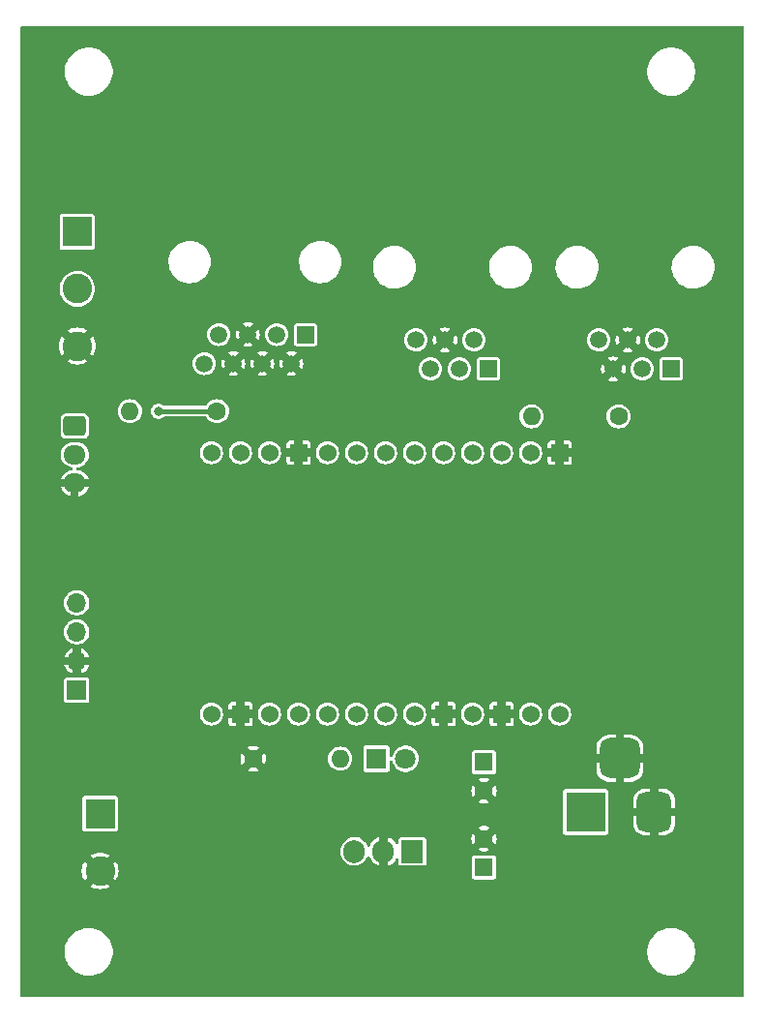
<source format=gbr>
%TF.GenerationSoftware,KiCad,Pcbnew,7.0.5*%
%TF.CreationDate,2023-07-03T18:28:24-04:00*%
%TF.ProjectId,Weather_ESP32,57656174-6865-4725-9f45-535033322e6b,v2*%
%TF.SameCoordinates,Original*%
%TF.FileFunction,Copper,L1,Top*%
%TF.FilePolarity,Positive*%
%FSLAX46Y46*%
G04 Gerber Fmt 4.6, Leading zero omitted, Abs format (unit mm)*
G04 Created by KiCad (PCBNEW 7.0.5) date 2023-07-03 18:28:24*
%MOMM*%
%LPD*%
G01*
G04 APERTURE LIST*
G04 Aperture macros list*
%AMRoundRect*
0 Rectangle with rounded corners*
0 $1 Rounding radius*
0 $2 $3 $4 $5 $6 $7 $8 $9 X,Y pos of 4 corners*
0 Add a 4 corners polygon primitive as box body*
4,1,4,$2,$3,$4,$5,$6,$7,$8,$9,$2,$3,0*
0 Add four circle primitives for the rounded corners*
1,1,$1+$1,$2,$3*
1,1,$1+$1,$4,$5*
1,1,$1+$1,$6,$7*
1,1,$1+$1,$8,$9*
0 Add four rect primitives between the rounded corners*
20,1,$1+$1,$2,$3,$4,$5,0*
20,1,$1+$1,$4,$5,$6,$7,0*
20,1,$1+$1,$6,$7,$8,$9,0*
20,1,$1+$1,$8,$9,$2,$3,0*%
G04 Aperture macros list end*
%TA.AperFunction,ComponentPad*%
%ADD10C,1.600000*%
%TD*%
%TA.AperFunction,ComponentPad*%
%ADD11O,1.600000X1.600000*%
%TD*%
%TA.AperFunction,ComponentPad*%
%ADD12R,1.500000X1.500000*%
%TD*%
%TA.AperFunction,ComponentPad*%
%ADD13C,1.500000*%
%TD*%
%TA.AperFunction,ComponentPad*%
%ADD14C,1.524000*%
%TD*%
%TA.AperFunction,ComponentPad*%
%ADD15R,1.524000X1.524000*%
%TD*%
%TA.AperFunction,ComponentPad*%
%ADD16R,2.600000X2.600000*%
%TD*%
%TA.AperFunction,ComponentPad*%
%ADD17C,2.600000*%
%TD*%
%TA.AperFunction,ComponentPad*%
%ADD18R,1.600000X1.600000*%
%TD*%
%TA.AperFunction,ComponentPad*%
%ADD19R,1.520000X1.520000*%
%TD*%
%TA.AperFunction,ComponentPad*%
%ADD20C,1.520000*%
%TD*%
%TA.AperFunction,ComponentPad*%
%ADD21R,1.905000X2.000000*%
%TD*%
%TA.AperFunction,ComponentPad*%
%ADD22O,1.905000X2.000000*%
%TD*%
%TA.AperFunction,ComponentPad*%
%ADD23R,3.500000X3.500000*%
%TD*%
%TA.AperFunction,ComponentPad*%
%ADD24RoundRect,0.750000X0.750000X1.000000X-0.750000X1.000000X-0.750000X-1.000000X0.750000X-1.000000X0*%
%TD*%
%TA.AperFunction,ComponentPad*%
%ADD25RoundRect,0.875000X0.875000X0.875000X-0.875000X0.875000X-0.875000X-0.875000X0.875000X-0.875000X0*%
%TD*%
%TA.AperFunction,ComponentPad*%
%ADD26RoundRect,0.250000X-0.725000X0.600000X-0.725000X-0.600000X0.725000X-0.600000X0.725000X0.600000X0*%
%TD*%
%TA.AperFunction,ComponentPad*%
%ADD27O,1.950000X1.700000*%
%TD*%
%TA.AperFunction,ComponentPad*%
%ADD28O,1.700000X1.700000*%
%TD*%
%TA.AperFunction,ComponentPad*%
%ADD29R,1.700000X1.700000*%
%TD*%
%TA.AperFunction,ComponentPad*%
%ADD30R,1.800000X1.800000*%
%TD*%
%TA.AperFunction,ComponentPad*%
%ADD31C,1.800000*%
%TD*%
%TA.AperFunction,ViaPad*%
%ADD32C,0.800000*%
%TD*%
%TA.AperFunction,Conductor*%
%ADD33C,0.400000*%
%TD*%
G04 APERTURE END LIST*
D10*
%TO.P,R3,1*%
%TO.N,1-Wire*%
X136225000Y-92700000D03*
D11*
%TO.P,R3,2*%
%TO.N,+3V3*%
X128605000Y-92700000D03*
%TD*%
D12*
%TO.P,J6,1*%
%TO.N,RAIN_PWR*%
X144000000Y-86000000D03*
D13*
%TO.P,J6,2*%
%TO.N,GND*%
X142730000Y-88540000D03*
%TO.P,J6,3*%
%TO.N,RAIN2*%
X141460000Y-86000000D03*
%TO.P,J6,4*%
%TO.N,GND*%
X140190000Y-88540000D03*
%TO.P,J6,5*%
X138920000Y-86000000D03*
%TO.P,J6,6*%
X137650000Y-88540000D03*
%TO.P,J6,7*%
%TO.N,RXD*%
X136380000Y-86000000D03*
%TO.P,J6,8*%
%TO.N,TXD*%
X135110000Y-88540000D03*
%TD*%
D14*
%TO.P,U1,1,EN*%
%TO.N,unconnected-(U1-EN-Pad1)*%
X135739680Y-119186120D03*
D15*
%TO.P,U1,2,GND*%
%TO.N,GND*%
X138279680Y-119186120D03*
D14*
%TO.P,U1,3,3V3*%
%TO.N,+3V3*%
X140819680Y-119186120D03*
%TO.P,U1,4,EN*%
%TO.N,unconnected-(U1-EN-Pad4)*%
X143359680Y-119186120D03*
%TO.P,U1,5,IO32/CFG*%
%TO.N,SCL*%
X145899680Y-119186120D03*
%TO.P,U1,6,EN_485/IO33*%
%TO.N,SDA*%
X148439680Y-119186120D03*
%TO.P,U1,7,RXD/IO5*%
%TO.N,RXD*%
X150979680Y-119186120D03*
%TO.P,U1,8,TXD/IO17*%
%TO.N,TXD*%
X153519680Y-119186120D03*
D15*
%TO.P,U1,9,GND*%
%TO.N,GND*%
X156059680Y-119186120D03*
D14*
%TO.P,U1,10,3V3*%
%TO.N,+3.3VP*%
X158599680Y-119186120D03*
D15*
%TO.P,U1,11,GND*%
%TO.N,GND*%
X161139680Y-119186120D03*
D14*
%TO.P,U1,12,5V*%
%TO.N,+5V*%
X163679680Y-119186120D03*
%TO.P,U1,13,LINK*%
%TO.N,unconnected-(U1-LINK-Pad13)*%
X166219680Y-119186120D03*
%TO.P,U1,14,TX0*%
%TO.N,unconnected-(U1-TX0-Pad14)*%
X135739680Y-96326120D03*
%TO.P,U1,15,RX0/IO3*%
%TO.N,unconnected-(U1-RX0{slash}IO3-Pad15)*%
X138279680Y-96326120D03*
%TO.P,U1,16,IO0*%
%TO.N,unconnected-(U1-IO0-Pad16)*%
X140819680Y-96326120D03*
D15*
%TO.P,U1,17,GND*%
%TO.N,GND*%
X143359680Y-96326120D03*
D14*
%TO.P,U1,18,IO39*%
%TO.N,unconnected-(U1-IO39-Pad18)*%
X145899680Y-96326120D03*
%TO.P,U1,19,IO36*%
%TO.N,unconnected-(U1-IO36-Pad19)*%
X148439680Y-96326120D03*
%TO.P,U1,20,IO15*%
%TO.N,1-Wire*%
X150979680Y-96326120D03*
%TO.P,U1,21,IO14*%
%TO.N,RAIN2*%
X153519680Y-96326120D03*
%TO.P,U1,22,IO12*%
%TO.N,Net-(D1-A)*%
X156059680Y-96326120D03*
%TO.P,U1,23,IO35*%
%TO.N,RAIN1*%
X158599680Y-96326120D03*
%TO.P,U1,24,IO4*%
%TO.N,WSPEED*%
X161139680Y-96326120D03*
%TO.P,U1,25,IO2*%
%TO.N,WDIR*%
X163679680Y-96326120D03*
D15*
%TO.P,U1,26,GND*%
%TO.N,GND*%
X166219680Y-96326120D03*
%TD*%
D16*
%TO.P,J3,1,Pin_1*%
%TO.N,RAIN_PWR*%
X124000000Y-77000000D03*
D17*
%TO.P,J3,2,Pin_2*%
%TO.N,RAIN2*%
X124000000Y-82000000D03*
%TO.P,J3,3,Pin_3*%
%TO.N,GND*%
X124000000Y-87000000D03*
%TD*%
D10*
%TO.P,R1,1*%
%TO.N,+3.3VP*%
X171385000Y-93150000D03*
D11*
%TO.P,R1,2*%
%TO.N,WDIR*%
X163765000Y-93150000D03*
%TD*%
D17*
%TO.P,J1,2,Pin_2*%
%TO.N,GND*%
X125995000Y-132900000D03*
D16*
%TO.P,J1,1,Pin_1*%
%TO.N,+12V*%
X125995000Y-127900000D03*
%TD*%
D10*
%TO.P,C1,2*%
%TO.N,GND*%
X159600000Y-130100000D03*
D18*
%TO.P,C1,1*%
%TO.N,+12V*%
X159600000Y-132600000D03*
%TD*%
%TO.P,C2,1*%
%TO.N,+5V*%
X159600000Y-123400000D03*
D10*
%TO.P,C2,2*%
%TO.N,GND*%
X159600000Y-125900000D03*
%TD*%
D19*
%TO.P,J4,1*%
%TO.N,unconnected-(J4-Pad1)*%
X176000000Y-89000000D03*
D20*
%TO.P,J4,2*%
%TO.N,WDIR*%
X174730000Y-86460000D03*
%TO.P,J4,3*%
%TO.N,WSPEED*%
X173460000Y-89000000D03*
%TO.P,J4,4*%
%TO.N,GND*%
X172190000Y-86460000D03*
%TO.P,J4,5*%
X170920000Y-89000000D03*
%TO.P,J4,6*%
%TO.N,unconnected-(J4-Pad6)*%
X169650000Y-86460000D03*
%TD*%
D19*
%TO.P,J5,1*%
%TO.N,unconnected-(J5-Pad1)*%
X160000000Y-89000000D03*
D20*
%TO.P,J5,2*%
%TO.N,unconnected-(J5-Pad2)*%
X158730000Y-86460000D03*
%TO.P,J5,3*%
%TO.N,RAIN1*%
X157460000Y-89000000D03*
%TO.P,J5,4*%
%TO.N,GND*%
X156190000Y-86460000D03*
%TO.P,J5,5*%
%TO.N,unconnected-(J5-Pad5)*%
X154920000Y-89000000D03*
%TO.P,J5,6*%
%TO.N,unconnected-(J5-Pad6)*%
X153650000Y-86460000D03*
%TD*%
D21*
%TO.P,U2,1,IN*%
%TO.N,+12V*%
X153340000Y-131200000D03*
D22*
%TO.P,U2,2,GND*%
%TO.N,GND*%
X150800000Y-131200000D03*
%TO.P,U2,3,OUT*%
%TO.N,+5V*%
X148260000Y-131200000D03*
%TD*%
D23*
%TO.P,J2,1*%
%TO.N,+12V*%
X168500000Y-127757500D03*
D24*
%TO.P,J2,2*%
%TO.N,GND*%
X174500000Y-127757500D03*
D25*
%TO.P,J2,MP,MountPin*%
X171500000Y-123057500D03*
%TD*%
D10*
%TO.P,R2,1*%
%TO.N,GND*%
X139390000Y-123100000D03*
D11*
%TO.P,R2,2*%
%TO.N,Net-(D1-K)*%
X147010000Y-123100000D03*
%TD*%
D26*
%TO.P,J8,1,Pin_1*%
%TO.N,+3V3*%
X123775000Y-94000000D03*
D27*
%TO.P,J8,2,Pin_2*%
%TO.N,1-Wire*%
X123775000Y-96500000D03*
%TO.P,J8,3,Pin_3*%
%TO.N,GND*%
X123775000Y-99000000D03*
%TD*%
D28*
%TO.P,J7,4,Pin_4*%
%TO.N,SDA*%
X123950000Y-109460000D03*
%TO.P,J7,3,Pin_3*%
%TO.N,SCL*%
X123950000Y-112000000D03*
%TO.P,J7,2,Pin_2*%
%TO.N,GND*%
X123950000Y-114540000D03*
D29*
%TO.P,J7,1,Pin_1*%
%TO.N,+3V3*%
X123950000Y-117080000D03*
%TD*%
D30*
%TO.P,D1,1,K*%
%TO.N,Net-(D1-K)*%
X150190000Y-123100000D03*
D31*
%TO.P,D1,2,A*%
%TO.N,Net-(D1-A)*%
X152730000Y-123100000D03*
%TD*%
D32*
%TO.N,GND*%
X132000000Y-115600000D03*
X132700000Y-118700000D03*
X155400000Y-125300000D03*
X147300000Y-125500000D03*
X136500000Y-125300000D03*
X132500000Y-121500000D03*
X126500000Y-120000000D03*
X122200000Y-121000000D03*
X122500000Y-127100000D03*
X129600000Y-130100000D03*
X132800000Y-132000000D03*
X155100000Y-131100000D03*
X154900000Y-128300000D03*
X149800000Y-128400000D03*
X164300000Y-129500000D03*
X164600000Y-134000000D03*
X168900000Y-131100000D03*
X127600000Y-136000000D03*
X133300000Y-135900000D03*
X142300000Y-135900000D03*
X120100000Y-130100000D03*
X120100000Y-123300000D03*
X120100000Y-118900000D03*
X164800000Y-89400000D03*
X169600000Y-93100000D03*
X165800000Y-93200000D03*
X158500000Y-91300000D03*
X156400000Y-91400000D03*
X153300000Y-94400000D03*
X150900000Y-91900000D03*
X143300000Y-91500000D03*
X141800000Y-93200000D03*
X149600000Y-93700000D03*
X151000000Y-84000000D03*
X161000000Y-84000000D03*
X168000000Y-84000000D03*
X178000000Y-84000000D03*
X130000000Y-68000000D03*
X141000000Y-68000000D03*
X154000000Y-68000000D03*
X171000000Y-68000000D03*
X164000000Y-68000000D03*
X171000000Y-61000000D03*
X164000000Y-61000000D03*
X154000000Y-61000000D03*
X141000000Y-61000000D03*
X130000000Y-61000000D03*
X127200000Y-90500000D03*
X121400000Y-88000000D03*
X121600000Y-79400000D03*
X121200000Y-92900000D03*
X145000000Y-117000000D03*
X153500000Y-117100000D03*
X150200000Y-117100000D03*
X147500000Y-117000000D03*
X142000000Y-117000000D03*
X146000000Y-99000000D03*
X147000000Y-110000000D03*
X157000000Y-114000000D03*
X157000000Y-107000000D03*
X153000000Y-107000000D03*
X153000000Y-99000000D03*
X161000000Y-99000000D03*
X173400000Y-93000000D03*
X181000000Y-93000000D03*
X176000000Y-122000000D03*
X181000000Y-122000000D03*
X181000000Y-114000000D03*
X181000000Y-107000000D03*
X181000000Y-99000000D03*
X176000000Y-99000000D03*
X171000000Y-99000000D03*
X171000000Y-107000000D03*
X176000000Y-107000000D03*
X176000000Y-114000000D03*
X171000000Y-114000000D03*
X166000000Y-107000000D03*
X166000000Y-114000000D03*
X161000000Y-114000000D03*
X161000000Y-107000000D03*
X165475000Y-121700000D03*
X163950000Y-125625000D03*
X126275000Y-113050000D03*
X138100000Y-113150000D03*
X126475000Y-108300000D03*
X126675000Y-110750000D03*
X137900000Y-110750000D03*
X140100000Y-107050000D03*
X141775000Y-105650000D03*
X138450000Y-108450000D03*
X134375000Y-101275000D03*
X132100000Y-101975000D03*
X135250000Y-90550000D03*
X138175000Y-92675000D03*
X130025000Y-90550000D03*
X126750000Y-95400000D03*
X130300000Y-96225000D03*
X135625000Y-99225000D03*
%TO.N,1-Wire*%
X131100000Y-92699998D03*
%TO.N,GND*%
X123450000Y-72900000D03*
X127700000Y-81300000D03*
X144000000Y-73000000D03*
X178000000Y-73000000D03*
X166000000Y-136000000D03*
X130000000Y-72650000D03*
X141700000Y-79000000D03*
X168000000Y-73000000D03*
X127600000Y-84300000D03*
X146000000Y-82650000D03*
X181000000Y-87250000D03*
X134000000Y-73000000D03*
X157500000Y-134400000D03*
X161000000Y-73000000D03*
X152000000Y-73000000D03*
X145500000Y-88400000D03*
X150050000Y-135850000D03*
X138700000Y-81000000D03*
X138300000Y-75500000D03*
%TD*%
D33*
%TO.N,1-Wire*%
X136225000Y-92700000D02*
X131100002Y-92700000D01*
X131100002Y-92700000D02*
X131100000Y-92699998D01*
%TD*%
%TA.AperFunction,Conductor*%
%TO.N,GND*%
G36*
X182316621Y-59045502D02*
G01*
X182363114Y-59099158D01*
X182374500Y-59151500D01*
X182374500Y-143848500D01*
X182354498Y-143916621D01*
X182300842Y-143963114D01*
X182248500Y-143974500D01*
X119151500Y-143974500D01*
X119083379Y-143954498D01*
X119036886Y-143900842D01*
X119025500Y-143848500D01*
X119025500Y-140143688D01*
X122899500Y-140143688D01*
X122938628Y-140428357D01*
X122986760Y-140600141D01*
X123016156Y-140705058D01*
X123130639Y-140968625D01*
X123279945Y-141214147D01*
X123461292Y-141437053D01*
X123671302Y-141633189D01*
X123906064Y-141798901D01*
X124012030Y-141853808D01*
X124161196Y-141931101D01*
X124161199Y-141931102D01*
X124161203Y-141931104D01*
X124431968Y-142027334D01*
X124713314Y-142085798D01*
X124713325Y-142085798D01*
X124713327Y-142085799D01*
X124928245Y-142100500D01*
X124928248Y-142100500D01*
X125071755Y-142100500D01*
X125286672Y-142085799D01*
X125286672Y-142085798D01*
X125286686Y-142085798D01*
X125568032Y-142027334D01*
X125838797Y-141931104D01*
X126093936Y-141798901D01*
X126328698Y-141633189D01*
X126538708Y-141437053D01*
X126720055Y-141214147D01*
X126869361Y-140968625D01*
X126983844Y-140705058D01*
X127061371Y-140428358D01*
X127100499Y-140143688D01*
X173899500Y-140143688D01*
X173938628Y-140428357D01*
X173986760Y-140600141D01*
X174016156Y-140705058D01*
X174130639Y-140968625D01*
X174279945Y-141214147D01*
X174461292Y-141437053D01*
X174671302Y-141633189D01*
X174906064Y-141798901D01*
X175012030Y-141853808D01*
X175161196Y-141931101D01*
X175161199Y-141931102D01*
X175161203Y-141931104D01*
X175431968Y-142027334D01*
X175713314Y-142085798D01*
X175713325Y-142085798D01*
X175713327Y-142085799D01*
X175928245Y-142100500D01*
X175928248Y-142100500D01*
X176071755Y-142100500D01*
X176286672Y-142085799D01*
X176286672Y-142085798D01*
X176286686Y-142085798D01*
X176568032Y-142027334D01*
X176838797Y-141931104D01*
X177093936Y-141798901D01*
X177328698Y-141633189D01*
X177538708Y-141437053D01*
X177720055Y-141214147D01*
X177869361Y-140968625D01*
X177983844Y-140705058D01*
X178061371Y-140428358D01*
X178100500Y-140143678D01*
X178100500Y-139856322D01*
X178100500Y-139856321D01*
X178100499Y-139856311D01*
X178061371Y-139571642D01*
X178061370Y-139571641D01*
X177983844Y-139294942D01*
X177869361Y-139031375D01*
X177720055Y-138785853D01*
X177538708Y-138562947D01*
X177328698Y-138366811D01*
X177180426Y-138262150D01*
X177093938Y-138201100D01*
X176838803Y-138068898D01*
X176568033Y-137972666D01*
X176568025Y-137972664D01*
X176440980Y-137946264D01*
X176286686Y-137914202D01*
X176286681Y-137914201D01*
X176286678Y-137914201D01*
X176286672Y-137914200D01*
X176071755Y-137899500D01*
X176071752Y-137899500D01*
X175928248Y-137899500D01*
X175928245Y-137899500D01*
X175713327Y-137914200D01*
X175713321Y-137914201D01*
X175713317Y-137914201D01*
X175713314Y-137914202D01*
X175607424Y-137936206D01*
X175431974Y-137972664D01*
X175431966Y-137972666D01*
X175161196Y-138068898D01*
X174906061Y-138201100D01*
X174671302Y-138366811D01*
X174461294Y-138562944D01*
X174279947Y-138785850D01*
X174130639Y-139031375D01*
X174016157Y-139294939D01*
X173938628Y-139571642D01*
X173899500Y-139856311D01*
X173899500Y-140143688D01*
X127100499Y-140143688D01*
X127100500Y-140143678D01*
X127100500Y-139856322D01*
X127100500Y-139856321D01*
X127100499Y-139856311D01*
X127061371Y-139571642D01*
X126983844Y-139294942D01*
X126869361Y-139031375D01*
X126720055Y-138785853D01*
X126538708Y-138562947D01*
X126328698Y-138366811D01*
X126180426Y-138262150D01*
X126093938Y-138201100D01*
X125838803Y-138068898D01*
X125568033Y-137972666D01*
X125568025Y-137972664D01*
X125440980Y-137946264D01*
X125286686Y-137914202D01*
X125286681Y-137914201D01*
X125286678Y-137914201D01*
X125286672Y-137914200D01*
X125071755Y-137899500D01*
X125071752Y-137899500D01*
X124928248Y-137899500D01*
X124928245Y-137899500D01*
X124713327Y-137914200D01*
X124713321Y-137914201D01*
X124713317Y-137914201D01*
X124713314Y-137914202D01*
X124607424Y-137936206D01*
X124431974Y-137972664D01*
X124431966Y-137972666D01*
X124161196Y-138068898D01*
X123906061Y-138201100D01*
X123671302Y-138366811D01*
X123461294Y-138562944D01*
X123279947Y-138785850D01*
X123130639Y-139031375D01*
X123016157Y-139294939D01*
X122938628Y-139571642D01*
X122899500Y-139856311D01*
X122899500Y-140143688D01*
X119025500Y-140143688D01*
X119025500Y-132899999D01*
X124382028Y-132899999D01*
X124401886Y-133152323D01*
X124460971Y-133398434D01*
X124557832Y-133632277D01*
X124635442Y-133758923D01*
X124635442Y-133758924D01*
X125356383Y-133037983D01*
X125402188Y-133178956D01*
X125490186Y-133317619D01*
X125609903Y-133430040D01*
X125753817Y-133509158D01*
X125859371Y-133536259D01*
X125136074Y-134259556D01*
X125262722Y-134337167D01*
X125496565Y-134434028D01*
X125742676Y-134493113D01*
X125994999Y-134512971D01*
X126247323Y-134493113D01*
X126493434Y-134434028D01*
X126727276Y-134337167D01*
X126727278Y-134337166D01*
X126853924Y-134259555D01*
X126132202Y-133537833D01*
X126157933Y-133534583D01*
X126310629Y-133474126D01*
X126443492Y-133377595D01*
X126548175Y-133251055D01*
X126618100Y-133102457D01*
X126630914Y-133035282D01*
X127354555Y-133758924D01*
X127432166Y-133632278D01*
X127432167Y-133632276D01*
X127517998Y-133425063D01*
X158545500Y-133425063D01*
X158545501Y-133425073D01*
X158560265Y-133499300D01*
X158616516Y-133583484D01*
X158700697Y-133639733D01*
X158700699Y-133639734D01*
X158774933Y-133654500D01*
X160425066Y-133654499D01*
X160425069Y-133654498D01*
X160425073Y-133654498D01*
X160474326Y-133644701D01*
X160499301Y-133639734D01*
X160583484Y-133583484D01*
X160639734Y-133499301D01*
X160654500Y-133425067D01*
X160654499Y-131774934D01*
X160654498Y-131774930D01*
X160654498Y-131774926D01*
X160639734Y-131700699D01*
X160583483Y-131616515D01*
X160499302Y-131560266D01*
X160425067Y-131545500D01*
X158774936Y-131545500D01*
X158774926Y-131545501D01*
X158700699Y-131560265D01*
X158616515Y-131616516D01*
X158560266Y-131700697D01*
X158545500Y-131774930D01*
X158545500Y-133425063D01*
X127517998Y-133425063D01*
X127529028Y-133398434D01*
X127588113Y-133152323D01*
X127607971Y-132899999D01*
X127588113Y-132647676D01*
X127529028Y-132401565D01*
X127432167Y-132167722D01*
X127354556Y-132041075D01*
X127354556Y-132041074D01*
X126633616Y-132762014D01*
X126587812Y-132621044D01*
X126499814Y-132482381D01*
X126380097Y-132369960D01*
X126236183Y-132290842D01*
X126130627Y-132263739D01*
X126853924Y-131540442D01*
X126727277Y-131462832D01*
X126493434Y-131365971D01*
X126247323Y-131306886D01*
X126181516Y-131301707D01*
X147053000Y-131301707D01*
X147067595Y-131463890D01*
X147125395Y-131673321D01*
X147219660Y-131869065D01*
X147219664Y-131869072D01*
X147347369Y-132044842D01*
X147347370Y-132044843D01*
X147504406Y-132194985D01*
X147685725Y-132314673D01*
X147685727Y-132314674D01*
X147685729Y-132314675D01*
X147885509Y-132400065D01*
X148097326Y-132448411D01*
X148314371Y-132458159D01*
X148529668Y-132428995D01*
X148736299Y-132361856D01*
X148927620Y-132258902D01*
X149097484Y-132123440D01*
X149240431Y-131959825D01*
X149351865Y-131773315D01*
X149380743Y-131696369D01*
X149423403Y-131639623D01*
X149489974Y-131614948D01*
X149559317Y-131630180D01*
X149609417Y-131680485D01*
X149612476Y-131687183D01*
X149612651Y-131687100D01*
X149713548Y-131896618D01*
X149713553Y-131896625D01*
X149846917Y-132080184D01*
X149846918Y-132080185D01*
X150010914Y-132236982D01*
X150200270Y-132361975D01*
X150200273Y-132361976D01*
X150408907Y-132451150D01*
X150408914Y-132451153D01*
X150445999Y-132459617D01*
X150446000Y-132459617D01*
X150446000Y-131626756D01*
X150449638Y-131630652D01*
X150578819Y-131709209D01*
X150724404Y-131750000D01*
X150837622Y-131750000D01*
X150949783Y-131734584D01*
X151088458Y-131674349D01*
X151154000Y-131621026D01*
X151154000Y-132457846D01*
X151297406Y-132411252D01*
X151297408Y-132411251D01*
X151497213Y-132303730D01*
X151674606Y-132162264D01*
X151823885Y-131991400D01*
X151898835Y-131865956D01*
X151950945Y-131817737D01*
X152020852Y-131805345D01*
X152086361Y-131832714D01*
X152126673Y-131891156D01*
X152133000Y-131930581D01*
X152133000Y-132225063D01*
X152133001Y-132225073D01*
X152147765Y-132299300D01*
X152204016Y-132383484D01*
X152288197Y-132439733D01*
X152288199Y-132439734D01*
X152362433Y-132454500D01*
X154317566Y-132454499D01*
X154317569Y-132454498D01*
X154317573Y-132454498D01*
X154366826Y-132444701D01*
X154391801Y-132439734D01*
X154475984Y-132383484D01*
X154532234Y-132299301D01*
X154547000Y-132225067D01*
X154546999Y-131096239D01*
X159104391Y-131096239D01*
X159295474Y-131170266D01*
X159295477Y-131170267D01*
X159497331Y-131208000D01*
X159702669Y-131208000D01*
X159904522Y-131170267D01*
X159904525Y-131170266D01*
X160095607Y-131096239D01*
X160095607Y-131096237D01*
X159600001Y-130600631D01*
X159600000Y-130600631D01*
X159104391Y-131096238D01*
X159104391Y-131096239D01*
X154546999Y-131096239D01*
X154546999Y-130174934D01*
X154546998Y-130174930D01*
X154546998Y-130174926D01*
X154532234Y-130100699D01*
X154531770Y-130100004D01*
X158487253Y-130100004D01*
X158506199Y-130304461D01*
X158506199Y-130304465D01*
X158562391Y-130501962D01*
X158562396Y-130501974D01*
X158607271Y-130592097D01*
X159099368Y-130100001D01*
X159099368Y-130100000D01*
X159195014Y-130100000D01*
X159214835Y-130225148D01*
X159272359Y-130338045D01*
X159361955Y-130427641D01*
X159474852Y-130485165D01*
X159568519Y-130500000D01*
X159631481Y-130500000D01*
X159725148Y-130485165D01*
X159838045Y-130427641D01*
X159927641Y-130338045D01*
X159985165Y-130225148D01*
X160004986Y-130100000D01*
X160004986Y-130099999D01*
X160100631Y-130099999D01*
X160592727Y-130592096D01*
X160592728Y-130592096D01*
X160637605Y-130501972D01*
X160637606Y-130501970D01*
X160693800Y-130304465D01*
X160693800Y-130304461D01*
X160712746Y-130100004D01*
X160712746Y-130099995D01*
X160693800Y-129895538D01*
X160693800Y-129895534D01*
X160637608Y-129698037D01*
X160637602Y-129698020D01*
X160592728Y-129607902D01*
X160592727Y-129607901D01*
X160100631Y-130099997D01*
X160100631Y-130099999D01*
X160004986Y-130099999D01*
X159985165Y-129974852D01*
X159927641Y-129861955D01*
X159838045Y-129772359D01*
X159725148Y-129714835D01*
X159631481Y-129700000D01*
X159568519Y-129700000D01*
X159474852Y-129714835D01*
X159361955Y-129772359D01*
X159272359Y-129861955D01*
X159214835Y-129974852D01*
X159195014Y-130100000D01*
X159099368Y-130100000D01*
X159099368Y-130099999D01*
X158607271Y-129607902D01*
X158562396Y-129698024D01*
X158562391Y-129698037D01*
X158506199Y-129895534D01*
X158506199Y-129895538D01*
X158487253Y-130099995D01*
X158487253Y-130100004D01*
X154531770Y-130100004D01*
X154490437Y-130038146D01*
X154475984Y-130016516D01*
X154475983Y-130016515D01*
X154391802Y-129960266D01*
X154317567Y-129945500D01*
X152362436Y-129945500D01*
X152362426Y-129945501D01*
X152288199Y-129960265D01*
X152204015Y-130016516D01*
X152147766Y-130100697D01*
X152133000Y-130174930D01*
X152133000Y-130463304D01*
X152112998Y-130531425D01*
X152059342Y-130577918D01*
X151989068Y-130588022D01*
X151924488Y-130558528D01*
X151893478Y-130517973D01*
X151886451Y-130503381D01*
X151886446Y-130503374D01*
X151753082Y-130319815D01*
X151753081Y-130319814D01*
X151589085Y-130163017D01*
X151399729Y-130038024D01*
X151399727Y-130038023D01*
X151191086Y-129948847D01*
X151154000Y-129940381D01*
X151154000Y-130773243D01*
X151150362Y-130769348D01*
X151021181Y-130690791D01*
X150875596Y-130650000D01*
X150762378Y-130650000D01*
X150650217Y-130665416D01*
X150511542Y-130725651D01*
X150446000Y-130778973D01*
X150446000Y-129942153D01*
X150302589Y-129988749D01*
X150102786Y-130096269D01*
X149925393Y-130237735D01*
X149776112Y-130408600D01*
X149659741Y-130603371D01*
X149659736Y-130603382D01*
X149621186Y-130706098D01*
X149578523Y-130762847D01*
X149511952Y-130787521D01*
X149442609Y-130772288D01*
X149392510Y-130721983D01*
X149389699Y-130716493D01*
X149300339Y-130530934D01*
X149300335Y-130530927D01*
X149290924Y-130517973D01*
X149172631Y-130355158D01*
X149015594Y-130205015D01*
X149015593Y-130205014D01*
X148834274Y-130085326D01*
X148834272Y-130085325D01*
X148779691Y-130061996D01*
X148634491Y-129999935D01*
X148422674Y-129951589D01*
X148361622Y-129948847D01*
X148205632Y-129941841D01*
X148205631Y-129941841D01*
X148205629Y-129941841D01*
X148113358Y-129954339D01*
X147990328Y-129971005D01*
X147791418Y-130035636D01*
X147784074Y-130038023D01*
X147783695Y-130038146D01*
X147592385Y-130141094D01*
X147592378Y-130141098D01*
X147422514Y-130276561D01*
X147279571Y-130440172D01*
X147168135Y-130626684D01*
X147091792Y-130830100D01*
X147053000Y-131043864D01*
X147053000Y-131301707D01*
X126181516Y-131301707D01*
X125994999Y-131287028D01*
X125742676Y-131306886D01*
X125496565Y-131365971D01*
X125262722Y-131462832D01*
X125136075Y-131540442D01*
X125136075Y-131540444D01*
X125857797Y-132262166D01*
X125832067Y-132265417D01*
X125679371Y-132325874D01*
X125546508Y-132422405D01*
X125441825Y-132548945D01*
X125371900Y-132697543D01*
X125359085Y-132764716D01*
X124635444Y-132041075D01*
X124635442Y-132041075D01*
X124557832Y-132167722D01*
X124460971Y-132401565D01*
X124401886Y-132647676D01*
X124382028Y-132899999D01*
X119025500Y-132899999D01*
X119025500Y-129225063D01*
X124440500Y-129225063D01*
X124440501Y-129225073D01*
X124455265Y-129299300D01*
X124511516Y-129383484D01*
X124595697Y-129439733D01*
X124595699Y-129439734D01*
X124669933Y-129454500D01*
X127320066Y-129454499D01*
X127320069Y-129454498D01*
X127320073Y-129454498D01*
X127369326Y-129444701D01*
X127394301Y-129439734D01*
X127478484Y-129383484D01*
X127534734Y-129299301D01*
X127549500Y-129225067D01*
X127549500Y-129103760D01*
X159104391Y-129103760D01*
X159600000Y-129599368D01*
X159600001Y-129599368D01*
X159666806Y-129532563D01*
X166495500Y-129532563D01*
X166495501Y-129532572D01*
X166510265Y-129606800D01*
X166566516Y-129690984D01*
X166650697Y-129747233D01*
X166650699Y-129747234D01*
X166724933Y-129762000D01*
X170275066Y-129761999D01*
X170275069Y-129761998D01*
X170275072Y-129761998D01*
X170311663Y-129754719D01*
X170349301Y-129747234D01*
X170433484Y-129690984D01*
X170489734Y-129606801D01*
X170504500Y-129532567D01*
X170504499Y-127403500D01*
X172692000Y-127403500D01*
X174000000Y-127403500D01*
X174000000Y-128111500D01*
X172692001Y-128111500D01*
X172692001Y-128809480D01*
X172707307Y-128964897D01*
X172767806Y-129164338D01*
X172866047Y-129348134D01*
X172998261Y-129509238D01*
X173159365Y-129641452D01*
X173343161Y-129739693D01*
X173542602Y-129800192D01*
X173698028Y-129815499D01*
X174145999Y-129815499D01*
X174145999Y-129112483D01*
X174169202Y-129139261D01*
X174290156Y-129216993D01*
X174428111Y-129257500D01*
X174571889Y-129257500D01*
X174709844Y-129216993D01*
X174830798Y-129139261D01*
X174854000Y-129112484D01*
X174854000Y-129815499D01*
X175301961Y-129815499D01*
X175301980Y-129815498D01*
X175457397Y-129800192D01*
X175656838Y-129739693D01*
X175840634Y-129641452D01*
X176001738Y-129509238D01*
X176133952Y-129348134D01*
X176232193Y-129164338D01*
X176292692Y-128964897D01*
X176307999Y-128809479D01*
X176308000Y-128809463D01*
X176308000Y-128111500D01*
X175000000Y-128111500D01*
X175000000Y-127403500D01*
X176307999Y-127403500D01*
X176307999Y-126705539D01*
X176307998Y-126705519D01*
X176292692Y-126550102D01*
X176232193Y-126350661D01*
X176133952Y-126166865D01*
X176001738Y-126005761D01*
X175840634Y-125873547D01*
X175656838Y-125775306D01*
X175457397Y-125714807D01*
X175301979Y-125699500D01*
X174854000Y-125699500D01*
X174854000Y-126402515D01*
X174830798Y-126375739D01*
X174709844Y-126298007D01*
X174571889Y-126257500D01*
X174428111Y-126257500D01*
X174290156Y-126298007D01*
X174169202Y-126375739D01*
X174145999Y-126402516D01*
X174145999Y-125699500D01*
X173698037Y-125699500D01*
X173698019Y-125699501D01*
X173542602Y-125714807D01*
X173343161Y-125775306D01*
X173159365Y-125873547D01*
X172998261Y-126005761D01*
X172866047Y-126166865D01*
X172767806Y-126350661D01*
X172707307Y-126550102D01*
X172692000Y-126705520D01*
X172692000Y-127403500D01*
X170504499Y-127403500D01*
X170504499Y-125982434D01*
X170489734Y-125908199D01*
X170433484Y-125824016D01*
X170433483Y-125824015D01*
X170349302Y-125767766D01*
X170275067Y-125753000D01*
X166724936Y-125753000D01*
X166724927Y-125753001D01*
X166650699Y-125767765D01*
X166566515Y-125824016D01*
X166510266Y-125908197D01*
X166495500Y-125982430D01*
X166495500Y-129532563D01*
X159666806Y-129532563D01*
X160095607Y-129103760D01*
X160095607Y-129103759D01*
X159904525Y-129029733D01*
X159904522Y-129029732D01*
X159702669Y-128992000D01*
X159497331Y-128992000D01*
X159295477Y-129029732D01*
X159104391Y-129103760D01*
X127549500Y-129103760D01*
X127549499Y-126896239D01*
X159104391Y-126896239D01*
X159295474Y-126970266D01*
X159295477Y-126970267D01*
X159497331Y-127008000D01*
X159702669Y-127008000D01*
X159904522Y-126970267D01*
X159904525Y-126970266D01*
X160095607Y-126896239D01*
X160095607Y-126896237D01*
X159600001Y-126400631D01*
X159600000Y-126400631D01*
X159104391Y-126896238D01*
X159104391Y-126896239D01*
X127549499Y-126896239D01*
X127549499Y-126574934D01*
X127549498Y-126574930D01*
X127549498Y-126574926D01*
X127534734Y-126500699D01*
X127478483Y-126416515D01*
X127394302Y-126360266D01*
X127320067Y-126345500D01*
X124669936Y-126345500D01*
X124669926Y-126345501D01*
X124595699Y-126360265D01*
X124511515Y-126416516D01*
X124455266Y-126500697D01*
X124440500Y-126574930D01*
X124440500Y-129225063D01*
X119025500Y-129225063D01*
X119025500Y-125900004D01*
X158487253Y-125900004D01*
X158506199Y-126104461D01*
X158506199Y-126104465D01*
X158562391Y-126301962D01*
X158562396Y-126301974D01*
X158607271Y-126392097D01*
X159099368Y-125900000D01*
X159195014Y-125900000D01*
X159214835Y-126025148D01*
X159272359Y-126138045D01*
X159361955Y-126227641D01*
X159474852Y-126285165D01*
X159568519Y-126300000D01*
X159631481Y-126300000D01*
X159725148Y-126285165D01*
X159838045Y-126227641D01*
X159927641Y-126138045D01*
X159985165Y-126025148D01*
X160004986Y-125900000D01*
X160004986Y-125899999D01*
X160100631Y-125899999D01*
X160592727Y-126392096D01*
X160592728Y-126392096D01*
X160637605Y-126301972D01*
X160637606Y-126301970D01*
X160693800Y-126104465D01*
X160693800Y-126104461D01*
X160712746Y-125900004D01*
X160712746Y-125899995D01*
X160693800Y-125695538D01*
X160693800Y-125695534D01*
X160637608Y-125498037D01*
X160637602Y-125498020D01*
X160592728Y-125407902D01*
X160592727Y-125407901D01*
X160100631Y-125899997D01*
X160100631Y-125899999D01*
X160004986Y-125899999D01*
X159985165Y-125774852D01*
X159927641Y-125661955D01*
X159838045Y-125572359D01*
X159725148Y-125514835D01*
X159631481Y-125500000D01*
X159568519Y-125500000D01*
X159474852Y-125514835D01*
X159361955Y-125572359D01*
X159272359Y-125661955D01*
X159214835Y-125774852D01*
X159195014Y-125900000D01*
X159099368Y-125900000D01*
X159099368Y-125899999D01*
X158607271Y-125407902D01*
X158562396Y-125498024D01*
X158562391Y-125498037D01*
X158506199Y-125695534D01*
X158506199Y-125695538D01*
X158487253Y-125899995D01*
X158487253Y-125900004D01*
X119025500Y-125900004D01*
X119025500Y-124903760D01*
X159104391Y-124903760D01*
X159600000Y-125399368D01*
X159600001Y-125399368D01*
X160095608Y-124903760D01*
X160095607Y-124903759D01*
X159904525Y-124829733D01*
X159904522Y-124829732D01*
X159702669Y-124792000D01*
X159497331Y-124792000D01*
X159295477Y-124829732D01*
X159104391Y-124903760D01*
X119025500Y-124903760D01*
X119025500Y-124096239D01*
X138894391Y-124096239D01*
X139085474Y-124170266D01*
X139085477Y-124170267D01*
X139287331Y-124208000D01*
X139492669Y-124208000D01*
X139694522Y-124170267D01*
X139694525Y-124170266D01*
X139885607Y-124096239D01*
X139885607Y-124096237D01*
X139390001Y-123600631D01*
X139390000Y-123600631D01*
X138894391Y-124096238D01*
X138894391Y-124096239D01*
X119025500Y-124096239D01*
X119025500Y-123100004D01*
X138277253Y-123100004D01*
X138296199Y-123304461D01*
X138296199Y-123304465D01*
X138352391Y-123501962D01*
X138352396Y-123501974D01*
X138397271Y-123592097D01*
X138889368Y-123100001D01*
X138889368Y-123100000D01*
X138985014Y-123100000D01*
X139004835Y-123225148D01*
X139062359Y-123338045D01*
X139151955Y-123427641D01*
X139264852Y-123485165D01*
X139358519Y-123500000D01*
X139421481Y-123500000D01*
X139515148Y-123485165D01*
X139628045Y-123427641D01*
X139717641Y-123338045D01*
X139775165Y-123225148D01*
X139794986Y-123100001D01*
X139890631Y-123100001D01*
X140382726Y-123592096D01*
X140382728Y-123592096D01*
X140427605Y-123501972D01*
X140427606Y-123501970D01*
X140483800Y-123304465D01*
X140483800Y-123304461D01*
X140502747Y-123100004D01*
X140502747Y-123100003D01*
X145950398Y-123100003D01*
X145970756Y-123306711D01*
X145970757Y-123306717D01*
X145970758Y-123306718D01*
X145974164Y-123317945D01*
X146031055Y-123505492D01*
X146128974Y-123688686D01*
X146260747Y-123849252D01*
X146421313Y-123981024D01*
X146421313Y-123981025D01*
X146421317Y-123981027D01*
X146604508Y-124078945D01*
X146803282Y-124139242D01*
X146803286Y-124139242D01*
X146803288Y-124139243D01*
X147009997Y-124159602D01*
X147010000Y-124159602D01*
X147010003Y-124159602D01*
X147216711Y-124139243D01*
X147216712Y-124139242D01*
X147216718Y-124139242D01*
X147415492Y-124078945D01*
X147516298Y-124025063D01*
X149035500Y-124025063D01*
X149035501Y-124025073D01*
X149050265Y-124099300D01*
X149106516Y-124183484D01*
X149190697Y-124239733D01*
X149190699Y-124239734D01*
X149264933Y-124254500D01*
X151115066Y-124254499D01*
X151115069Y-124254498D01*
X151115073Y-124254498D01*
X151164326Y-124244701D01*
X151189301Y-124239734D01*
X151273484Y-124183484D01*
X151329734Y-124099301D01*
X151344500Y-124025067D01*
X151344499Y-123352424D01*
X151364501Y-123284306D01*
X151418157Y-123237813D01*
X151488430Y-123227709D01*
X151553011Y-123257202D01*
X151591395Y-123316929D01*
X151591689Y-123317945D01*
X151644050Y-123501974D01*
X151648849Y-123518840D01*
X151744219Y-123710370D01*
X151744220Y-123710371D01*
X151744221Y-123710373D01*
X151873155Y-123881110D01*
X151873158Y-123881112D01*
X151873159Y-123881114D01*
X151982757Y-123981025D01*
X152031278Y-124025258D01*
X152031279Y-124025259D01*
X152213178Y-124137886D01*
X152213181Y-124137887D01*
X152213190Y-124137893D01*
X152412698Y-124215183D01*
X152412703Y-124215185D01*
X152623020Y-124254500D01*
X152623022Y-124254500D01*
X152836978Y-124254500D01*
X152836980Y-124254500D01*
X152994454Y-124225063D01*
X158545500Y-124225063D01*
X158545501Y-124225073D01*
X158560265Y-124299300D01*
X158616516Y-124383484D01*
X158700697Y-124439733D01*
X158700699Y-124439734D01*
X158774933Y-124454500D01*
X160425066Y-124454499D01*
X160425069Y-124454498D01*
X160425073Y-124454498D01*
X160474326Y-124444701D01*
X160499301Y-124439734D01*
X160583484Y-124383484D01*
X160639734Y-124299301D01*
X160654500Y-124225067D01*
X160654499Y-122703500D01*
X169442000Y-122703500D01*
X170145016Y-122703500D01*
X170118239Y-122726702D01*
X170040507Y-122847656D01*
X170000000Y-122985611D01*
X170000000Y-123129389D01*
X170040507Y-123267344D01*
X170118239Y-123388298D01*
X170145016Y-123411500D01*
X169442001Y-123411500D01*
X169442001Y-124005519D01*
X169448325Y-124096640D01*
X169498521Y-124310060D01*
X169587077Y-124510619D01*
X169710980Y-124691494D01*
X169710985Y-124691500D01*
X169865999Y-124846514D01*
X169866005Y-124846519D01*
X170046880Y-124970422D01*
X170247440Y-125058978D01*
X170247439Y-125058978D01*
X170460859Y-125109174D01*
X170551987Y-125115499D01*
X171146000Y-125115499D01*
X171146000Y-123557500D01*
X171854000Y-123557500D01*
X171854000Y-125115499D01*
X172448006Y-125115499D01*
X172448019Y-125115498D01*
X172539140Y-125109174D01*
X172752560Y-125058978D01*
X172953119Y-124970422D01*
X173133994Y-124846519D01*
X173134000Y-124846514D01*
X173289014Y-124691500D01*
X173289019Y-124691494D01*
X173412922Y-124510619D01*
X173501478Y-124310060D01*
X173551674Y-124096642D01*
X173551674Y-124096639D01*
X173557999Y-124005516D01*
X173558000Y-124005508D01*
X173558000Y-123411500D01*
X172854984Y-123411500D01*
X172881761Y-123388298D01*
X172959493Y-123267344D01*
X173000000Y-123129389D01*
X173000000Y-122985611D01*
X172959493Y-122847656D01*
X172881761Y-122726702D01*
X172854984Y-122703500D01*
X173557999Y-122703500D01*
X173557999Y-122109493D01*
X173557998Y-122109480D01*
X173551674Y-122018359D01*
X173501478Y-121804939D01*
X173412922Y-121604380D01*
X173289019Y-121423505D01*
X173289014Y-121423499D01*
X173134000Y-121268485D01*
X173133994Y-121268480D01*
X172953119Y-121144577D01*
X172752559Y-121056021D01*
X172752560Y-121056021D01*
X172539140Y-121005825D01*
X172448016Y-120999500D01*
X171854000Y-120999500D01*
X171854000Y-122557500D01*
X171146000Y-122557500D01*
X171146000Y-120999500D01*
X170551994Y-120999500D01*
X170551980Y-120999501D01*
X170460859Y-121005825D01*
X170247439Y-121056021D01*
X170046880Y-121144577D01*
X169866005Y-121268480D01*
X169865999Y-121268485D01*
X169710985Y-121423499D01*
X169710980Y-121423505D01*
X169587077Y-121604380D01*
X169498521Y-121804939D01*
X169448325Y-122018357D01*
X169448325Y-122018360D01*
X169442000Y-122109483D01*
X169442000Y-122703500D01*
X160654499Y-122703500D01*
X160654499Y-122574934D01*
X160654498Y-122574930D01*
X160654498Y-122574926D01*
X160639734Y-122500699D01*
X160583483Y-122416515D01*
X160499302Y-122360266D01*
X160425067Y-122345500D01*
X158774936Y-122345500D01*
X158774926Y-122345501D01*
X158700699Y-122360265D01*
X158616515Y-122416516D01*
X158560266Y-122500697D01*
X158545500Y-122574930D01*
X158545500Y-124225063D01*
X152994454Y-124225063D01*
X153047297Y-124215185D01*
X153246810Y-124137893D01*
X153428722Y-124025258D01*
X153586841Y-123881114D01*
X153715781Y-123710370D01*
X153811151Y-123518840D01*
X153869704Y-123313048D01*
X153889446Y-123100000D01*
X153869704Y-122886952D01*
X153811151Y-122681160D01*
X153715781Y-122489630D01*
X153618090Y-122360266D01*
X153586844Y-122318889D01*
X153428721Y-122174741D01*
X153428720Y-122174740D01*
X153246821Y-122062113D01*
X153246814Y-122062109D01*
X153246810Y-122062107D01*
X153190773Y-122040398D01*
X153047301Y-121984816D01*
X153047302Y-121984816D01*
X153047297Y-121984815D01*
X152836980Y-121945500D01*
X152623020Y-121945500D01*
X152464313Y-121975167D01*
X152412697Y-121984816D01*
X152213194Y-122062105D01*
X152213178Y-122062113D01*
X152031279Y-122174740D01*
X152031278Y-122174741D01*
X151873155Y-122318889D01*
X151744221Y-122489626D01*
X151648849Y-122681160D01*
X151648847Y-122681165D01*
X151591689Y-122882055D01*
X151553808Y-122942101D01*
X151489477Y-122972136D01*
X151419121Y-122962622D01*
X151365077Y-122916581D01*
X151344503Y-122848631D01*
X151344499Y-122847573D01*
X151344499Y-122174936D01*
X151344498Y-122174926D01*
X151329734Y-122100699D01*
X151303046Y-122060758D01*
X151273484Y-122016516D01*
X151236794Y-121992000D01*
X151189302Y-121960266D01*
X151115067Y-121945500D01*
X149264936Y-121945500D01*
X149264926Y-121945501D01*
X149190699Y-121960265D01*
X149106515Y-122016516D01*
X149050266Y-122100697D01*
X149035500Y-122174930D01*
X149035500Y-124025063D01*
X147516298Y-124025063D01*
X147598683Y-123981027D01*
X147598684Y-123981025D01*
X147598686Y-123981025D01*
X147598686Y-123981024D01*
X147759252Y-123849252D01*
X147891027Y-123688683D01*
X147988945Y-123505492D01*
X148049242Y-123306718D01*
X148049465Y-123304461D01*
X148069602Y-123100003D01*
X148069602Y-123099996D01*
X148049243Y-122893288D01*
X148049242Y-122893286D01*
X148049242Y-122893282D01*
X147988945Y-122694508D01*
X147891027Y-122511317D01*
X147891025Y-122511313D01*
X147759252Y-122350747D01*
X147598686Y-122218975D01*
X147598686Y-122218974D01*
X147415492Y-122121055D01*
X147377334Y-122109480D01*
X147216718Y-122060758D01*
X147216717Y-122060757D01*
X147216711Y-122060756D01*
X147010003Y-122040398D01*
X147009997Y-122040398D01*
X146803288Y-122060756D01*
X146604507Y-122121055D01*
X146421313Y-122218974D01*
X146421313Y-122218975D01*
X146260747Y-122350747D01*
X146128975Y-122511313D01*
X146128974Y-122511313D01*
X146031055Y-122694507D01*
X145970756Y-122893288D01*
X145950398Y-123099996D01*
X145950398Y-123100003D01*
X140502747Y-123100003D01*
X140502747Y-123099995D01*
X140483800Y-122895538D01*
X140483800Y-122895534D01*
X140427608Y-122698037D01*
X140427602Y-122698020D01*
X140382728Y-122607902D01*
X139890631Y-123099999D01*
X139890631Y-123100001D01*
X139794986Y-123100001D01*
X139794986Y-123100000D01*
X139775165Y-122974852D01*
X139717641Y-122861955D01*
X139628045Y-122772359D01*
X139515148Y-122714835D01*
X139421481Y-122700000D01*
X139358519Y-122700000D01*
X139264852Y-122714835D01*
X139151955Y-122772359D01*
X139062359Y-122861955D01*
X139004835Y-122974852D01*
X138985014Y-123100000D01*
X138889368Y-123100000D01*
X138889368Y-123099999D01*
X138397271Y-122607902D01*
X138352396Y-122698024D01*
X138352391Y-122698037D01*
X138296199Y-122895534D01*
X138296199Y-122895538D01*
X138277253Y-123099995D01*
X138277253Y-123100004D01*
X119025500Y-123100004D01*
X119025500Y-122103760D01*
X138894391Y-122103760D01*
X139390000Y-122599368D01*
X139390001Y-122599368D01*
X139885608Y-122103760D01*
X139885607Y-122103759D01*
X139694525Y-122029733D01*
X139694522Y-122029732D01*
X139492669Y-121992000D01*
X139287331Y-121992000D01*
X139085477Y-122029732D01*
X138894391Y-122103760D01*
X119025500Y-122103760D01*
X119025500Y-119186123D01*
X134718262Y-119186123D01*
X134737886Y-119385381D01*
X134737886Y-119385383D01*
X134796012Y-119576997D01*
X134796014Y-119577003D01*
X134890400Y-119753586D01*
X134890402Y-119753589D01*
X135017428Y-119908372D01*
X135172211Y-120035398D01*
X135172213Y-120035399D01*
X135340214Y-120125198D01*
X135348800Y-120129787D01*
X135540411Y-120187912D01*
X135540415Y-120187912D01*
X135540417Y-120187913D01*
X135739677Y-120207538D01*
X135739680Y-120207538D01*
X135739683Y-120207538D01*
X135938941Y-120187913D01*
X135938943Y-120187913D01*
X135938944Y-120187912D01*
X135938949Y-120187912D01*
X136130560Y-120129787D01*
X136307149Y-120035398D01*
X136461932Y-119908372D01*
X136588958Y-119753589D01*
X136683347Y-119577000D01*
X136694535Y-119540120D01*
X137209680Y-119540120D01*
X137209680Y-119994108D01*
X137212667Y-120019856D01*
X137259179Y-120125196D01*
X137259180Y-120125198D01*
X137340601Y-120206619D01*
X137340603Y-120206620D01*
X137445943Y-120253132D01*
X137445942Y-120253132D01*
X137471691Y-120256119D01*
X137471693Y-120256120D01*
X137925680Y-120256120D01*
X137925680Y-119540120D01*
X137209680Y-119540120D01*
X136694535Y-119540120D01*
X136741472Y-119385389D01*
X136751759Y-119280943D01*
X136757957Y-119218018D01*
X137894731Y-119218018D01*
X137925946Y-119341282D01*
X137995493Y-119447732D01*
X138095837Y-119525833D01*
X138216102Y-119567120D01*
X138311249Y-119567120D01*
X138405101Y-119551459D01*
X138426054Y-119540120D01*
X138633680Y-119540120D01*
X138633680Y-120256120D01*
X139087667Y-120256120D01*
X139087668Y-120256119D01*
X139113416Y-120253132D01*
X139218756Y-120206620D01*
X139218758Y-120206619D01*
X139300179Y-120125198D01*
X139300180Y-120125196D01*
X139346692Y-120019856D01*
X139349679Y-119994108D01*
X139349680Y-119994106D01*
X139349680Y-119540120D01*
X138633680Y-119540120D01*
X138426054Y-119540120D01*
X138516931Y-119490940D01*
X138603051Y-119397389D01*
X138654128Y-119280943D01*
X138661985Y-119186123D01*
X139798262Y-119186123D01*
X139817886Y-119385381D01*
X139817886Y-119385383D01*
X139876012Y-119576997D01*
X139876014Y-119577003D01*
X139970400Y-119753586D01*
X139970402Y-119753589D01*
X140097428Y-119908372D01*
X140252211Y-120035398D01*
X140252213Y-120035399D01*
X140420214Y-120125198D01*
X140428800Y-120129787D01*
X140620411Y-120187912D01*
X140620415Y-120187912D01*
X140620417Y-120187913D01*
X140819677Y-120207538D01*
X140819680Y-120207538D01*
X140819683Y-120207538D01*
X141018941Y-120187913D01*
X141018943Y-120187913D01*
X141018944Y-120187912D01*
X141018949Y-120187912D01*
X141210560Y-120129787D01*
X141387149Y-120035398D01*
X141541932Y-119908372D01*
X141668958Y-119753589D01*
X141763347Y-119577000D01*
X141821472Y-119385389D01*
X141831759Y-119280943D01*
X141841098Y-119186123D01*
X142338262Y-119186123D01*
X142357886Y-119385381D01*
X142357886Y-119385383D01*
X142416012Y-119576997D01*
X142416014Y-119577003D01*
X142510400Y-119753586D01*
X142510402Y-119753589D01*
X142637428Y-119908372D01*
X142792211Y-120035398D01*
X142792213Y-120035399D01*
X142960214Y-120125198D01*
X142968800Y-120129787D01*
X143160411Y-120187912D01*
X143160415Y-120187912D01*
X143160417Y-120187913D01*
X143359677Y-120207538D01*
X143359680Y-120207538D01*
X143359683Y-120207538D01*
X143558941Y-120187913D01*
X143558943Y-120187913D01*
X143558944Y-120187912D01*
X143558949Y-120187912D01*
X143750560Y-120129787D01*
X143927149Y-120035398D01*
X144081932Y-119908372D01*
X144208958Y-119753589D01*
X144303347Y-119577000D01*
X144361472Y-119385389D01*
X144371759Y-119280943D01*
X144381098Y-119186123D01*
X144878262Y-119186123D01*
X144897886Y-119385381D01*
X144897886Y-119385383D01*
X144956012Y-119576997D01*
X144956014Y-119577003D01*
X145050400Y-119753586D01*
X145050402Y-119753589D01*
X145177428Y-119908372D01*
X145332211Y-120035398D01*
X145332213Y-120035399D01*
X145500214Y-120125198D01*
X145508800Y-120129787D01*
X145700411Y-120187912D01*
X145700415Y-120187912D01*
X145700417Y-120187913D01*
X145899677Y-120207538D01*
X145899680Y-120207538D01*
X145899683Y-120207538D01*
X146098941Y-120187913D01*
X146098943Y-120187913D01*
X146098944Y-120187912D01*
X146098949Y-120187912D01*
X146290560Y-120129787D01*
X146467149Y-120035398D01*
X146621932Y-119908372D01*
X146748958Y-119753589D01*
X146843347Y-119577000D01*
X146901472Y-119385389D01*
X146911759Y-119280943D01*
X146921098Y-119186123D01*
X147418262Y-119186123D01*
X147437886Y-119385381D01*
X147437886Y-119385383D01*
X147496012Y-119576997D01*
X147496014Y-119577003D01*
X147590400Y-119753586D01*
X147590402Y-119753589D01*
X147717428Y-119908372D01*
X147872211Y-120035398D01*
X147872213Y-120035399D01*
X148040214Y-120125198D01*
X148048800Y-120129787D01*
X148240411Y-120187912D01*
X148240415Y-120187912D01*
X148240417Y-120187913D01*
X148439677Y-120207538D01*
X148439680Y-120207538D01*
X148439683Y-120207538D01*
X148638941Y-120187913D01*
X148638943Y-120187913D01*
X148638944Y-120187912D01*
X148638949Y-120187912D01*
X148830560Y-120129787D01*
X149007149Y-120035398D01*
X149161932Y-119908372D01*
X149288958Y-119753589D01*
X149383347Y-119577000D01*
X149441472Y-119385389D01*
X149451759Y-119280943D01*
X149461098Y-119186123D01*
X149958262Y-119186123D01*
X149977886Y-119385381D01*
X149977886Y-119385383D01*
X150036012Y-119576997D01*
X150036014Y-119577003D01*
X150130400Y-119753586D01*
X150130402Y-119753589D01*
X150257428Y-119908372D01*
X150412211Y-120035398D01*
X150412213Y-120035399D01*
X150580214Y-120125198D01*
X150588800Y-120129787D01*
X150780411Y-120187912D01*
X150780415Y-120187912D01*
X150780417Y-120187913D01*
X150979677Y-120207538D01*
X150979680Y-120207538D01*
X150979683Y-120207538D01*
X151178941Y-120187913D01*
X151178943Y-120187913D01*
X151178944Y-120187912D01*
X151178949Y-120187912D01*
X151370560Y-120129787D01*
X151547149Y-120035398D01*
X151701932Y-119908372D01*
X151828958Y-119753589D01*
X151923347Y-119577000D01*
X151981472Y-119385389D01*
X151991759Y-119280943D01*
X152001098Y-119186123D01*
X152498262Y-119186123D01*
X152517886Y-119385381D01*
X152517886Y-119385383D01*
X152576012Y-119576997D01*
X152576014Y-119577003D01*
X152670400Y-119753586D01*
X152670402Y-119753589D01*
X152797428Y-119908372D01*
X152952211Y-120035398D01*
X152952213Y-120035399D01*
X153120214Y-120125198D01*
X153128800Y-120129787D01*
X153320411Y-120187912D01*
X153320415Y-120187912D01*
X153320417Y-120187913D01*
X153519677Y-120207538D01*
X153519680Y-120207538D01*
X153519683Y-120207538D01*
X153718941Y-120187913D01*
X153718943Y-120187913D01*
X153718944Y-120187912D01*
X153718949Y-120187912D01*
X153910560Y-120129787D01*
X154087149Y-120035398D01*
X154241932Y-119908372D01*
X154368958Y-119753589D01*
X154463347Y-119577000D01*
X154474535Y-119540120D01*
X154989680Y-119540120D01*
X154989680Y-119994108D01*
X154992667Y-120019856D01*
X155039179Y-120125196D01*
X155039180Y-120125198D01*
X155120601Y-120206619D01*
X155120603Y-120206620D01*
X155225943Y-120253132D01*
X155225942Y-120253132D01*
X155251691Y-120256119D01*
X155251693Y-120256120D01*
X155705680Y-120256120D01*
X155705680Y-119540120D01*
X154989680Y-119540120D01*
X154474535Y-119540120D01*
X154521472Y-119385389D01*
X154531759Y-119280943D01*
X154537957Y-119218018D01*
X155674731Y-119218018D01*
X155705946Y-119341282D01*
X155775493Y-119447732D01*
X155875837Y-119525833D01*
X155996102Y-119567120D01*
X156091249Y-119567120D01*
X156185101Y-119551459D01*
X156206054Y-119540120D01*
X156413680Y-119540120D01*
X156413680Y-120256120D01*
X156867667Y-120256120D01*
X156867668Y-120256119D01*
X156893416Y-120253132D01*
X156998756Y-120206620D01*
X156998758Y-120206619D01*
X157080179Y-120125198D01*
X157080180Y-120125196D01*
X157126692Y-120019856D01*
X157129679Y-119994108D01*
X157129680Y-119994106D01*
X157129680Y-119540120D01*
X156413680Y-119540120D01*
X156206054Y-119540120D01*
X156296931Y-119490940D01*
X156383051Y-119397389D01*
X156434128Y-119280943D01*
X156441985Y-119186123D01*
X157578262Y-119186123D01*
X157597886Y-119385381D01*
X157597886Y-119385383D01*
X157656012Y-119576997D01*
X157656014Y-119577003D01*
X157750400Y-119753586D01*
X157750402Y-119753589D01*
X157877428Y-119908372D01*
X158032211Y-120035398D01*
X158032213Y-120035399D01*
X158200214Y-120125198D01*
X158208800Y-120129787D01*
X158400411Y-120187912D01*
X158400415Y-120187912D01*
X158400417Y-120187913D01*
X158599677Y-120207538D01*
X158599680Y-120207538D01*
X158599683Y-120207538D01*
X158798941Y-120187913D01*
X158798943Y-120187913D01*
X158798944Y-120187912D01*
X158798949Y-120187912D01*
X158990560Y-120129787D01*
X159167149Y-120035398D01*
X159321932Y-119908372D01*
X159448958Y-119753589D01*
X159543347Y-119577000D01*
X159554535Y-119540120D01*
X160069680Y-119540120D01*
X160069680Y-119994108D01*
X160072667Y-120019856D01*
X160119179Y-120125196D01*
X160119180Y-120125198D01*
X160200601Y-120206619D01*
X160200603Y-120206620D01*
X160305943Y-120253132D01*
X160305942Y-120253132D01*
X160331691Y-120256119D01*
X160331693Y-120256120D01*
X160785680Y-120256120D01*
X160785680Y-119540120D01*
X160069680Y-119540120D01*
X159554535Y-119540120D01*
X159601472Y-119385389D01*
X159611759Y-119280943D01*
X159617957Y-119218018D01*
X160754731Y-119218018D01*
X160785946Y-119341282D01*
X160855493Y-119447732D01*
X160955837Y-119525833D01*
X161076102Y-119567120D01*
X161171249Y-119567120D01*
X161265101Y-119551459D01*
X161286054Y-119540120D01*
X161493680Y-119540120D01*
X161493680Y-120256120D01*
X161947667Y-120256120D01*
X161947668Y-120256119D01*
X161973416Y-120253132D01*
X162078756Y-120206620D01*
X162078758Y-120206619D01*
X162160179Y-120125198D01*
X162160180Y-120125196D01*
X162206692Y-120019856D01*
X162209679Y-119994108D01*
X162209680Y-119994106D01*
X162209680Y-119540120D01*
X161493680Y-119540120D01*
X161286054Y-119540120D01*
X161376931Y-119490940D01*
X161463051Y-119397389D01*
X161514128Y-119280943D01*
X161521985Y-119186123D01*
X162658262Y-119186123D01*
X162677886Y-119385381D01*
X162677886Y-119385383D01*
X162736012Y-119576997D01*
X162736014Y-119577003D01*
X162830400Y-119753586D01*
X162830402Y-119753589D01*
X162957428Y-119908372D01*
X163112211Y-120035398D01*
X163112213Y-120035399D01*
X163280214Y-120125198D01*
X163288800Y-120129787D01*
X163480411Y-120187912D01*
X163480415Y-120187912D01*
X163480417Y-120187913D01*
X163679677Y-120207538D01*
X163679680Y-120207538D01*
X163679683Y-120207538D01*
X163878941Y-120187913D01*
X163878943Y-120187913D01*
X163878944Y-120187912D01*
X163878949Y-120187912D01*
X164070560Y-120129787D01*
X164247149Y-120035398D01*
X164401932Y-119908372D01*
X164528958Y-119753589D01*
X164623347Y-119577000D01*
X164681472Y-119385389D01*
X164691759Y-119280943D01*
X164701098Y-119186123D01*
X165198262Y-119186123D01*
X165217886Y-119385381D01*
X165217886Y-119385383D01*
X165276012Y-119576997D01*
X165276014Y-119577003D01*
X165370400Y-119753586D01*
X165370402Y-119753589D01*
X165497428Y-119908372D01*
X165652211Y-120035398D01*
X165652213Y-120035399D01*
X165820214Y-120125198D01*
X165828800Y-120129787D01*
X166020411Y-120187912D01*
X166020415Y-120187912D01*
X166020417Y-120187913D01*
X166219677Y-120207538D01*
X166219680Y-120207538D01*
X166219683Y-120207538D01*
X166418941Y-120187913D01*
X166418943Y-120187913D01*
X166418944Y-120187912D01*
X166418949Y-120187912D01*
X166610560Y-120129787D01*
X166787149Y-120035398D01*
X166941932Y-119908372D01*
X167068958Y-119753589D01*
X167163347Y-119577000D01*
X167221472Y-119385389D01*
X167231759Y-119280943D01*
X167241098Y-119186123D01*
X167241098Y-119186116D01*
X167221473Y-118986858D01*
X167221473Y-118986856D01*
X167221472Y-118986853D01*
X167221472Y-118986851D01*
X167163347Y-118795240D01*
X167068958Y-118618651D01*
X166941932Y-118463868D01*
X166787149Y-118336842D01*
X166787147Y-118336841D01*
X166787146Y-118336840D01*
X166610563Y-118242454D01*
X166610557Y-118242452D01*
X166419516Y-118184500D01*
X166418949Y-118184328D01*
X166418948Y-118184327D01*
X166418942Y-118184326D01*
X166219683Y-118164702D01*
X166219677Y-118164702D01*
X166020418Y-118184326D01*
X166020416Y-118184326D01*
X165828802Y-118242452D01*
X165828796Y-118242454D01*
X165652213Y-118336840D01*
X165497428Y-118463868D01*
X165370400Y-118618653D01*
X165276014Y-118795236D01*
X165276012Y-118795242D01*
X165217886Y-118986856D01*
X165217886Y-118986858D01*
X165198262Y-119186116D01*
X165198262Y-119186123D01*
X164701098Y-119186123D01*
X164701098Y-119186116D01*
X164681473Y-118986858D01*
X164681473Y-118986856D01*
X164681472Y-118986853D01*
X164681472Y-118986851D01*
X164623347Y-118795240D01*
X164528958Y-118618651D01*
X164401932Y-118463868D01*
X164247149Y-118336842D01*
X164247147Y-118336841D01*
X164247146Y-118336840D01*
X164070563Y-118242454D01*
X164070557Y-118242452D01*
X163879516Y-118184500D01*
X163878949Y-118184328D01*
X163878948Y-118184327D01*
X163878942Y-118184326D01*
X163679683Y-118164702D01*
X163679677Y-118164702D01*
X163480418Y-118184326D01*
X163480416Y-118184326D01*
X163288802Y-118242452D01*
X163288796Y-118242454D01*
X163112213Y-118336840D01*
X162957428Y-118463868D01*
X162830400Y-118618653D01*
X162736014Y-118795236D01*
X162736012Y-118795242D01*
X162677886Y-118986856D01*
X162677886Y-118986858D01*
X162658262Y-119186116D01*
X162658262Y-119186123D01*
X161521985Y-119186123D01*
X161524629Y-119154222D01*
X161493414Y-119030958D01*
X161423867Y-118924508D01*
X161323523Y-118846407D01*
X161203258Y-118805120D01*
X161108111Y-118805120D01*
X161014259Y-118820781D01*
X160902429Y-118881300D01*
X160816309Y-118974851D01*
X160765232Y-119091297D01*
X160754731Y-119218018D01*
X159617957Y-119218018D01*
X159621098Y-119186123D01*
X159621098Y-119186116D01*
X159601473Y-118986858D01*
X159601473Y-118986856D01*
X159601472Y-118986853D01*
X159601472Y-118986851D01*
X159554535Y-118832120D01*
X160069680Y-118832120D01*
X160785680Y-118832120D01*
X160785680Y-118116120D01*
X161493680Y-118116120D01*
X161493680Y-118832120D01*
X162209680Y-118832120D01*
X162209680Y-118378133D01*
X162209679Y-118378131D01*
X162206692Y-118352383D01*
X162160180Y-118247043D01*
X162160179Y-118247041D01*
X162078758Y-118165620D01*
X162078756Y-118165619D01*
X161973416Y-118119107D01*
X161973417Y-118119107D01*
X161947668Y-118116120D01*
X161493680Y-118116120D01*
X160785680Y-118116120D01*
X160331691Y-118116120D01*
X160305943Y-118119107D01*
X160200603Y-118165619D01*
X160200601Y-118165620D01*
X160119180Y-118247041D01*
X160119179Y-118247043D01*
X160072667Y-118352383D01*
X160069680Y-118378131D01*
X160069680Y-118832120D01*
X159554535Y-118832120D01*
X159543347Y-118795240D01*
X159448958Y-118618651D01*
X159321932Y-118463868D01*
X159167149Y-118336842D01*
X159167147Y-118336841D01*
X159167146Y-118336840D01*
X158990563Y-118242454D01*
X158990557Y-118242452D01*
X158799516Y-118184500D01*
X158798949Y-118184328D01*
X158798948Y-118184327D01*
X158798942Y-118184326D01*
X158599683Y-118164702D01*
X158599677Y-118164702D01*
X158400418Y-118184326D01*
X158400416Y-118184326D01*
X158208802Y-118242452D01*
X158208796Y-118242454D01*
X158032213Y-118336840D01*
X157877428Y-118463868D01*
X157750400Y-118618653D01*
X157656014Y-118795236D01*
X157656012Y-118795242D01*
X157597886Y-118986856D01*
X157597886Y-118986858D01*
X157578262Y-119186116D01*
X157578262Y-119186123D01*
X156441985Y-119186123D01*
X156444629Y-119154222D01*
X156413414Y-119030958D01*
X156343867Y-118924508D01*
X156243523Y-118846407D01*
X156123258Y-118805120D01*
X156028111Y-118805120D01*
X155934259Y-118820781D01*
X155822429Y-118881300D01*
X155736309Y-118974851D01*
X155685232Y-119091297D01*
X155674731Y-119218018D01*
X154537957Y-119218018D01*
X154541098Y-119186123D01*
X154541098Y-119186116D01*
X154521473Y-118986858D01*
X154521473Y-118986856D01*
X154521472Y-118986853D01*
X154521472Y-118986851D01*
X154474535Y-118832120D01*
X154989680Y-118832120D01*
X155705680Y-118832120D01*
X155705680Y-118116120D01*
X156413680Y-118116120D01*
X156413680Y-118832120D01*
X157129680Y-118832120D01*
X157129680Y-118378133D01*
X157129679Y-118378131D01*
X157126692Y-118352383D01*
X157080180Y-118247043D01*
X157080179Y-118247041D01*
X156998758Y-118165620D01*
X156998756Y-118165619D01*
X156893416Y-118119107D01*
X156893417Y-118119107D01*
X156867668Y-118116120D01*
X156413680Y-118116120D01*
X155705680Y-118116120D01*
X155251691Y-118116120D01*
X155225943Y-118119107D01*
X155120603Y-118165619D01*
X155120601Y-118165620D01*
X155039180Y-118247041D01*
X155039179Y-118247043D01*
X154992667Y-118352383D01*
X154989680Y-118378131D01*
X154989680Y-118832120D01*
X154474535Y-118832120D01*
X154463347Y-118795240D01*
X154368958Y-118618651D01*
X154241932Y-118463868D01*
X154087149Y-118336842D01*
X154087147Y-118336841D01*
X154087146Y-118336840D01*
X153910563Y-118242454D01*
X153910557Y-118242452D01*
X153719516Y-118184500D01*
X153718949Y-118184328D01*
X153718948Y-118184327D01*
X153718942Y-118184326D01*
X153519683Y-118164702D01*
X153519677Y-118164702D01*
X153320418Y-118184326D01*
X153320416Y-118184326D01*
X153128802Y-118242452D01*
X153128796Y-118242454D01*
X152952213Y-118336840D01*
X152797428Y-118463868D01*
X152670400Y-118618653D01*
X152576014Y-118795236D01*
X152576012Y-118795242D01*
X152517886Y-118986856D01*
X152517886Y-118986858D01*
X152498262Y-119186116D01*
X152498262Y-119186123D01*
X152001098Y-119186123D01*
X152001098Y-119186116D01*
X151981473Y-118986858D01*
X151981473Y-118986856D01*
X151981472Y-118986853D01*
X151981472Y-118986851D01*
X151923347Y-118795240D01*
X151828958Y-118618651D01*
X151701932Y-118463868D01*
X151547149Y-118336842D01*
X151547147Y-118336841D01*
X151547146Y-118336840D01*
X151370563Y-118242454D01*
X151370557Y-118242452D01*
X151179516Y-118184500D01*
X151178949Y-118184328D01*
X151178948Y-118184327D01*
X151178942Y-118184326D01*
X150979683Y-118164702D01*
X150979677Y-118164702D01*
X150780418Y-118184326D01*
X150780416Y-118184326D01*
X150588802Y-118242452D01*
X150588796Y-118242454D01*
X150412213Y-118336840D01*
X150257428Y-118463868D01*
X150130400Y-118618653D01*
X150036014Y-118795236D01*
X150036012Y-118795242D01*
X149977886Y-118986856D01*
X149977886Y-118986858D01*
X149958262Y-119186116D01*
X149958262Y-119186123D01*
X149461098Y-119186123D01*
X149461098Y-119186116D01*
X149441473Y-118986858D01*
X149441473Y-118986856D01*
X149441472Y-118986853D01*
X149441472Y-118986851D01*
X149383347Y-118795240D01*
X149288958Y-118618651D01*
X149161932Y-118463868D01*
X149007149Y-118336842D01*
X149007147Y-118336841D01*
X149007146Y-118336840D01*
X148830563Y-118242454D01*
X148830557Y-118242452D01*
X148639516Y-118184500D01*
X148638949Y-118184328D01*
X148638948Y-118184327D01*
X148638942Y-118184326D01*
X148439683Y-118164702D01*
X148439677Y-118164702D01*
X148240418Y-118184326D01*
X148240416Y-118184326D01*
X148048802Y-118242452D01*
X148048796Y-118242454D01*
X147872213Y-118336840D01*
X147717428Y-118463868D01*
X147590400Y-118618653D01*
X147496014Y-118795236D01*
X147496012Y-118795242D01*
X147437886Y-118986856D01*
X147437886Y-118986858D01*
X147418262Y-119186116D01*
X147418262Y-119186123D01*
X146921098Y-119186123D01*
X146921098Y-119186116D01*
X146901473Y-118986858D01*
X146901473Y-118986856D01*
X146901472Y-118986853D01*
X146901472Y-118986851D01*
X146843347Y-118795240D01*
X146748958Y-118618651D01*
X146621932Y-118463868D01*
X146467149Y-118336842D01*
X146467147Y-118336841D01*
X146467146Y-118336840D01*
X146290563Y-118242454D01*
X146290557Y-118242452D01*
X146099516Y-118184500D01*
X146098949Y-118184328D01*
X146098948Y-118184327D01*
X146098942Y-118184326D01*
X145899683Y-118164702D01*
X145899677Y-118164702D01*
X145700418Y-118184326D01*
X145700416Y-118184326D01*
X145508802Y-118242452D01*
X145508796Y-118242454D01*
X145332213Y-118336840D01*
X145177428Y-118463868D01*
X145050400Y-118618653D01*
X144956014Y-118795236D01*
X144956012Y-118795242D01*
X144897886Y-118986856D01*
X144897886Y-118986858D01*
X144878262Y-119186116D01*
X144878262Y-119186123D01*
X144381098Y-119186123D01*
X144381098Y-119186116D01*
X144361473Y-118986858D01*
X144361473Y-118986856D01*
X144361472Y-118986853D01*
X144361472Y-118986851D01*
X144303347Y-118795240D01*
X144208958Y-118618651D01*
X144081932Y-118463868D01*
X143927149Y-118336842D01*
X143927147Y-118336841D01*
X143927146Y-118336840D01*
X143750563Y-118242454D01*
X143750557Y-118242452D01*
X143559516Y-118184500D01*
X143558949Y-118184328D01*
X143558948Y-118184327D01*
X143558942Y-118184326D01*
X143359683Y-118164702D01*
X143359677Y-118164702D01*
X143160418Y-118184326D01*
X143160416Y-118184326D01*
X142968802Y-118242452D01*
X142968796Y-118242454D01*
X142792213Y-118336840D01*
X142637428Y-118463868D01*
X142510400Y-118618653D01*
X142416014Y-118795236D01*
X142416012Y-118795242D01*
X142357886Y-118986856D01*
X142357886Y-118986858D01*
X142338262Y-119186116D01*
X142338262Y-119186123D01*
X141841098Y-119186123D01*
X141841098Y-119186116D01*
X141821473Y-118986858D01*
X141821473Y-118986856D01*
X141821472Y-118986853D01*
X141821472Y-118986851D01*
X141763347Y-118795240D01*
X141668958Y-118618651D01*
X141541932Y-118463868D01*
X141387149Y-118336842D01*
X141387147Y-118336841D01*
X141387146Y-118336840D01*
X141210563Y-118242454D01*
X141210557Y-118242452D01*
X141019516Y-118184500D01*
X141018949Y-118184328D01*
X141018948Y-118184327D01*
X141018942Y-118184326D01*
X140819683Y-118164702D01*
X140819677Y-118164702D01*
X140620418Y-118184326D01*
X140620416Y-118184326D01*
X140428802Y-118242452D01*
X140428796Y-118242454D01*
X140252213Y-118336840D01*
X140097428Y-118463868D01*
X139970400Y-118618653D01*
X139876014Y-118795236D01*
X139876012Y-118795242D01*
X139817886Y-118986856D01*
X139817886Y-118986858D01*
X139798262Y-119186116D01*
X139798262Y-119186123D01*
X138661985Y-119186123D01*
X138664629Y-119154222D01*
X138633414Y-119030958D01*
X138563867Y-118924508D01*
X138463523Y-118846407D01*
X138343258Y-118805120D01*
X138248111Y-118805120D01*
X138154259Y-118820781D01*
X138042429Y-118881300D01*
X137956309Y-118974851D01*
X137905232Y-119091297D01*
X137894731Y-119218018D01*
X136757957Y-119218018D01*
X136761098Y-119186123D01*
X136761098Y-119186116D01*
X136741473Y-118986858D01*
X136741473Y-118986856D01*
X136741472Y-118986853D01*
X136741472Y-118986851D01*
X136694535Y-118832120D01*
X137209680Y-118832120D01*
X137925680Y-118832120D01*
X137925680Y-118116120D01*
X138633680Y-118116120D01*
X138633680Y-118832120D01*
X139349680Y-118832120D01*
X139349680Y-118378133D01*
X139349679Y-118378131D01*
X139346692Y-118352383D01*
X139300180Y-118247043D01*
X139300179Y-118247041D01*
X139218758Y-118165620D01*
X139218756Y-118165619D01*
X139113416Y-118119107D01*
X139113417Y-118119107D01*
X139087668Y-118116120D01*
X138633680Y-118116120D01*
X137925680Y-118116120D01*
X137471691Y-118116120D01*
X137445943Y-118119107D01*
X137340603Y-118165619D01*
X137340601Y-118165620D01*
X137259180Y-118247041D01*
X137259179Y-118247043D01*
X137212667Y-118352383D01*
X137209680Y-118378131D01*
X137209680Y-118832120D01*
X136694535Y-118832120D01*
X136683347Y-118795240D01*
X136588958Y-118618651D01*
X136461932Y-118463868D01*
X136307149Y-118336842D01*
X136307147Y-118336841D01*
X136307146Y-118336840D01*
X136130563Y-118242454D01*
X136130557Y-118242452D01*
X135939516Y-118184500D01*
X135938949Y-118184328D01*
X135938948Y-118184327D01*
X135938942Y-118184326D01*
X135739683Y-118164702D01*
X135739677Y-118164702D01*
X135540418Y-118184326D01*
X135540416Y-118184326D01*
X135348802Y-118242452D01*
X135348796Y-118242454D01*
X135172213Y-118336840D01*
X135017428Y-118463868D01*
X134890400Y-118618653D01*
X134796014Y-118795236D01*
X134796012Y-118795242D01*
X134737886Y-118986856D01*
X134737886Y-118986858D01*
X134718262Y-119186116D01*
X134718262Y-119186123D01*
X119025500Y-119186123D01*
X119025500Y-117955063D01*
X122845500Y-117955063D01*
X122845501Y-117955073D01*
X122860265Y-118029300D01*
X122916516Y-118113484D01*
X123000697Y-118169733D01*
X123000699Y-118169734D01*
X123074933Y-118184500D01*
X124825066Y-118184499D01*
X124825069Y-118184498D01*
X124825073Y-118184498D01*
X124874326Y-118174701D01*
X124899301Y-118169734D01*
X124983484Y-118113484D01*
X125039734Y-118029301D01*
X125054500Y-117955067D01*
X125054499Y-116204934D01*
X125054498Y-116204930D01*
X125054498Y-116204926D01*
X125039734Y-116130699D01*
X124983483Y-116046515D01*
X124899302Y-115990266D01*
X124825067Y-115975500D01*
X123074936Y-115975500D01*
X123074926Y-115975501D01*
X123000699Y-115990265D01*
X122916515Y-116046516D01*
X122860266Y-116130697D01*
X122845500Y-116204930D01*
X122845500Y-117955063D01*
X119025500Y-117955063D01*
X119025500Y-114894000D01*
X122846761Y-114894000D01*
X122865569Y-114960105D01*
X122865574Y-114960119D01*
X122961227Y-115152215D01*
X122961231Y-115152220D01*
X123090562Y-115323483D01*
X123249156Y-115468061D01*
X123431624Y-115581039D01*
X123596000Y-115644718D01*
X123595999Y-114894852D01*
X123676900Y-114964952D01*
X123807685Y-115024680D01*
X123914237Y-115040000D01*
X123985763Y-115040000D01*
X124092315Y-115024680D01*
X124223100Y-114964952D01*
X124304000Y-114894852D01*
X124304000Y-115644718D01*
X124468374Y-115581039D01*
X124468376Y-115581039D01*
X124650843Y-115468061D01*
X124809437Y-115323483D01*
X124938768Y-115152220D01*
X124938772Y-115152215D01*
X125034425Y-114960119D01*
X125034430Y-114960105D01*
X125053239Y-114894000D01*
X124304984Y-114894000D01*
X124331761Y-114870798D01*
X124409493Y-114749844D01*
X124450000Y-114611889D01*
X124450000Y-114468111D01*
X124409493Y-114330156D01*
X124331761Y-114209202D01*
X124304984Y-114186000D01*
X125053239Y-114186000D01*
X125034430Y-114119894D01*
X125034425Y-114119880D01*
X124938772Y-113927784D01*
X124938768Y-113927779D01*
X124809437Y-113756516D01*
X124650840Y-113611936D01*
X124650839Y-113611935D01*
X124468385Y-113498964D01*
X124468370Y-113498957D01*
X124304000Y-113435279D01*
X124303999Y-113435279D01*
X124303999Y-114185147D01*
X124223100Y-114115048D01*
X124092315Y-114055320D01*
X123985763Y-114040000D01*
X123914237Y-114040000D01*
X123807685Y-114055320D01*
X123676900Y-114115048D01*
X123596000Y-114185147D01*
X123596000Y-113435280D01*
X123595999Y-113435279D01*
X123431629Y-113498957D01*
X123431614Y-113498964D01*
X123249160Y-113611935D01*
X123249159Y-113611936D01*
X123090562Y-113756516D01*
X122961231Y-113927779D01*
X122961227Y-113927784D01*
X122865574Y-114119880D01*
X122865569Y-114119894D01*
X122846761Y-114186000D01*
X123595016Y-114186000D01*
X123568239Y-114209202D01*
X123490507Y-114330156D01*
X123450000Y-114468111D01*
X123450000Y-114611889D01*
X123490507Y-114749844D01*
X123568239Y-114870798D01*
X123595016Y-114894000D01*
X122846761Y-114894000D01*
X119025500Y-114894000D01*
X119025500Y-112000004D01*
X122840768Y-112000004D01*
X122859654Y-112203819D01*
X122859655Y-112203821D01*
X122915672Y-112400701D01*
X123006912Y-112583935D01*
X123006913Y-112583936D01*
X123130266Y-112747284D01*
X123281536Y-112885185D01*
X123455566Y-112992940D01*
X123455568Y-112992940D01*
X123455573Y-112992944D01*
X123646444Y-113066888D01*
X123847653Y-113104500D01*
X123847655Y-113104500D01*
X124052345Y-113104500D01*
X124052347Y-113104500D01*
X124253556Y-113066888D01*
X124444427Y-112992944D01*
X124618462Y-112885186D01*
X124769732Y-112747285D01*
X124893088Y-112583935D01*
X124984328Y-112400701D01*
X125040345Y-112203821D01*
X125059232Y-112000000D01*
X125040345Y-111796179D01*
X124984328Y-111599299D01*
X124893088Y-111416065D01*
X124852538Y-111362368D01*
X124769733Y-111252715D01*
X124618463Y-111114814D01*
X124444433Y-111007059D01*
X124444428Y-111007057D01*
X124444427Y-111007056D01*
X124253559Y-110933113D01*
X124253560Y-110933113D01*
X124253557Y-110933112D01*
X124253556Y-110933112D01*
X124052347Y-110895500D01*
X123847653Y-110895500D01*
X123646444Y-110933112D01*
X123646439Y-110933113D01*
X123455577Y-111007054D01*
X123455566Y-111007059D01*
X123281536Y-111114814D01*
X123130266Y-111252715D01*
X123006913Y-111416063D01*
X122915671Y-111599301D01*
X122859654Y-111796180D01*
X122840768Y-111999995D01*
X122840768Y-112000004D01*
X119025500Y-112000004D01*
X119025500Y-109460004D01*
X122840768Y-109460004D01*
X122859654Y-109663819D01*
X122859655Y-109663821D01*
X122915672Y-109860701D01*
X123006912Y-110043935D01*
X123006913Y-110043936D01*
X123130266Y-110207284D01*
X123281536Y-110345185D01*
X123455566Y-110452940D01*
X123455568Y-110452940D01*
X123455573Y-110452944D01*
X123646444Y-110526888D01*
X123847653Y-110564500D01*
X123847655Y-110564500D01*
X124052345Y-110564500D01*
X124052347Y-110564500D01*
X124253556Y-110526888D01*
X124444427Y-110452944D01*
X124618462Y-110345186D01*
X124769732Y-110207285D01*
X124893088Y-110043935D01*
X124984328Y-109860701D01*
X125040345Y-109663821D01*
X125059232Y-109460000D01*
X125040345Y-109256179D01*
X124984328Y-109059299D01*
X124893088Y-108876065D01*
X124852538Y-108822368D01*
X124769733Y-108712715D01*
X124618463Y-108574814D01*
X124444433Y-108467059D01*
X124444428Y-108467057D01*
X124444427Y-108467056D01*
X124253559Y-108393113D01*
X124253560Y-108393113D01*
X124253557Y-108393112D01*
X124253556Y-108393112D01*
X124052347Y-108355500D01*
X123847653Y-108355500D01*
X123646444Y-108393112D01*
X123646439Y-108393113D01*
X123455577Y-108467054D01*
X123455566Y-108467059D01*
X123281536Y-108574814D01*
X123130266Y-108712715D01*
X123006913Y-108876063D01*
X122915671Y-109059301D01*
X122859654Y-109256180D01*
X122840768Y-109459995D01*
X122840768Y-109460004D01*
X119025500Y-109460004D01*
X119025500Y-99354000D01*
X122545279Y-99354000D01*
X122608957Y-99518370D01*
X122608964Y-99518385D01*
X122721935Y-99700839D01*
X122721936Y-99700840D01*
X122866516Y-99859437D01*
X123037779Y-99988768D01*
X123037784Y-99988772D01*
X123229884Y-100084426D01*
X123229891Y-100084429D01*
X123420999Y-100138804D01*
X123420999Y-100138803D01*
X123421000Y-99354000D01*
X122545279Y-99354000D01*
X119025500Y-99354000D01*
X119025500Y-96447205D01*
X122541732Y-96447205D01*
X122551768Y-96657893D01*
X122551769Y-96657904D01*
X122601498Y-96862886D01*
X122601498Y-96862888D01*
X122601499Y-96862890D01*
X122689124Y-97054762D01*
X122811478Y-97226584D01*
X122964138Y-97372145D01*
X122964140Y-97372146D01*
X122964142Y-97372148D01*
X123001442Y-97396119D01*
X123141587Y-97486184D01*
X123337411Y-97564580D01*
X123466567Y-97589473D01*
X123524417Y-97600623D01*
X123587521Y-97633156D01*
X123623019Y-97694641D01*
X123619641Y-97765557D01*
X123578459Y-97823389D01*
X123512548Y-97849775D01*
X123512197Y-97849808D01*
X123436311Y-97856840D01*
X123436307Y-97856840D01*
X123229890Y-97915570D01*
X123229884Y-97915573D01*
X123037784Y-98011227D01*
X123037779Y-98011231D01*
X122866516Y-98140562D01*
X122721936Y-98299159D01*
X122721935Y-98299160D01*
X122608964Y-98481614D01*
X122608957Y-98481629D01*
X122545279Y-98645999D01*
X122545280Y-98646000D01*
X123458192Y-98646000D01*
X123412327Y-98685742D01*
X123338481Y-98800649D01*
X123300000Y-98931705D01*
X123300000Y-99068295D01*
X123338481Y-99199351D01*
X123412327Y-99314258D01*
X123515555Y-99403705D01*
X123639801Y-99460446D01*
X123741025Y-99475000D01*
X123808975Y-99475000D01*
X123910199Y-99460446D01*
X124034445Y-99403705D01*
X124091808Y-99354000D01*
X124129000Y-99354000D01*
X124129000Y-100138804D01*
X124320108Y-100084429D01*
X124320115Y-100084426D01*
X124512215Y-99988772D01*
X124512220Y-99988768D01*
X124683483Y-99859437D01*
X124828063Y-99700840D01*
X124828064Y-99700839D01*
X124941035Y-99518385D01*
X124941042Y-99518370D01*
X125004720Y-99354000D01*
X124129000Y-99354000D01*
X124091808Y-99354000D01*
X124137673Y-99314258D01*
X124211519Y-99199351D01*
X124250000Y-99068295D01*
X124250000Y-98931705D01*
X124211519Y-98800649D01*
X124137673Y-98685742D01*
X124091808Y-98646000D01*
X125004720Y-98646000D01*
X125004720Y-98645999D01*
X124941042Y-98481629D01*
X124941035Y-98481614D01*
X124828064Y-98299160D01*
X124828063Y-98299159D01*
X124683483Y-98140562D01*
X124512220Y-98011231D01*
X124512215Y-98011227D01*
X124320115Y-97915573D01*
X124320109Y-97915570D01*
X124113690Y-97856840D01*
X124024422Y-97848568D01*
X123958437Y-97822366D01*
X123917094Y-97764649D01*
X123913517Y-97693743D01*
X123948843Y-97632159D01*
X124011856Y-97599450D01*
X124024071Y-97597677D01*
X124103092Y-97590130D01*
X124109979Y-97589473D01*
X124312368Y-97530047D01*
X124499854Y-97433391D01*
X124665659Y-97303000D01*
X124803792Y-97143587D01*
X124909259Y-96960913D01*
X124978248Y-96761580D01*
X125008267Y-96552793D01*
X124998231Y-96342098D01*
X124994355Y-96326123D01*
X134718262Y-96326123D01*
X134737886Y-96525381D01*
X134737886Y-96525383D01*
X134796012Y-96716997D01*
X134796014Y-96717003D01*
X134873992Y-96862888D01*
X134890402Y-96893589D01*
X135017428Y-97048372D01*
X135172211Y-97175398D01*
X135172213Y-97175399D01*
X135340214Y-97265198D01*
X135348800Y-97269787D01*
X135540411Y-97327912D01*
X135540415Y-97327912D01*
X135540417Y-97327913D01*
X135739677Y-97347538D01*
X135739680Y-97347538D01*
X135739683Y-97347538D01*
X135938941Y-97327913D01*
X135938943Y-97327913D01*
X135938944Y-97327912D01*
X135938949Y-97327912D01*
X136130560Y-97269787D01*
X136307149Y-97175398D01*
X136461932Y-97048372D01*
X136588958Y-96893589D01*
X136683347Y-96717000D01*
X136741472Y-96525389D01*
X136749172Y-96447207D01*
X136761098Y-96326123D01*
X137258262Y-96326123D01*
X137277886Y-96525381D01*
X137277886Y-96525383D01*
X137336012Y-96716997D01*
X137336014Y-96717003D01*
X137413992Y-96862888D01*
X137430402Y-96893589D01*
X137557428Y-97048372D01*
X137712211Y-97175398D01*
X137712213Y-97175399D01*
X137880214Y-97265198D01*
X137888800Y-97269787D01*
X138080411Y-97327912D01*
X138080415Y-97327912D01*
X138080417Y-97327913D01*
X138279677Y-97347538D01*
X138279680Y-97347538D01*
X138279683Y-97347538D01*
X138478941Y-97327913D01*
X138478943Y-97327913D01*
X138478944Y-97327912D01*
X138478949Y-97327912D01*
X138670560Y-97269787D01*
X138847149Y-97175398D01*
X139001932Y-97048372D01*
X139128958Y-96893589D01*
X139223347Y-96717000D01*
X139281472Y-96525389D01*
X139289172Y-96447207D01*
X139301098Y-96326123D01*
X139798262Y-96326123D01*
X139817886Y-96525381D01*
X139817886Y-96525383D01*
X139876012Y-96716997D01*
X139876014Y-96717003D01*
X139953992Y-96862888D01*
X139970402Y-96893589D01*
X140097428Y-97048372D01*
X140252211Y-97175398D01*
X140252213Y-97175399D01*
X140420214Y-97265198D01*
X140428800Y-97269787D01*
X140620411Y-97327912D01*
X140620415Y-97327912D01*
X140620417Y-97327913D01*
X140819677Y-97347538D01*
X140819680Y-97347538D01*
X140819683Y-97347538D01*
X141018941Y-97327913D01*
X141018943Y-97327913D01*
X141018944Y-97327912D01*
X141018949Y-97327912D01*
X141210560Y-97269787D01*
X141387149Y-97175398D01*
X141541932Y-97048372D01*
X141668958Y-96893589D01*
X141763347Y-96717000D01*
X141774535Y-96680120D01*
X142289680Y-96680120D01*
X142289680Y-97134108D01*
X142292667Y-97159856D01*
X142339179Y-97265196D01*
X142339180Y-97265198D01*
X142420601Y-97346619D01*
X142420603Y-97346620D01*
X142525943Y-97393132D01*
X142525942Y-97393132D01*
X142551691Y-97396119D01*
X142551693Y-97396120D01*
X143005680Y-97396120D01*
X143005680Y-96680120D01*
X142289680Y-96680120D01*
X141774535Y-96680120D01*
X141821472Y-96525389D01*
X141829172Y-96447207D01*
X141837957Y-96358018D01*
X142974731Y-96358018D01*
X143005946Y-96481282D01*
X143075493Y-96587732D01*
X143175837Y-96665833D01*
X143296102Y-96707120D01*
X143391249Y-96707120D01*
X143485101Y-96691459D01*
X143506054Y-96680120D01*
X143713680Y-96680120D01*
X143713680Y-97396120D01*
X144167667Y-97396120D01*
X144167668Y-97396119D01*
X144193416Y-97393132D01*
X144298756Y-97346620D01*
X144298758Y-97346619D01*
X144380179Y-97265198D01*
X144380180Y-97265196D01*
X144426692Y-97159856D01*
X144429679Y-97134108D01*
X144429680Y-97134106D01*
X144429680Y-96680120D01*
X143713680Y-96680120D01*
X143506054Y-96680120D01*
X143596931Y-96630940D01*
X143683051Y-96537389D01*
X143734128Y-96420943D01*
X143741985Y-96326123D01*
X144878262Y-96326123D01*
X144897886Y-96525381D01*
X144897886Y-96525383D01*
X144956012Y-96716997D01*
X144956014Y-96717003D01*
X145033992Y-96862888D01*
X145050402Y-96893589D01*
X145177428Y-97048372D01*
X145332211Y-97175398D01*
X145332213Y-97175399D01*
X145500214Y-97265198D01*
X145508800Y-97269787D01*
X145700411Y-97327912D01*
X145700415Y-97327912D01*
X145700417Y-97327913D01*
X145899677Y-97347538D01*
X145899680Y-97347538D01*
X145899683Y-97347538D01*
X146098941Y-97327913D01*
X146098943Y-97327913D01*
X146098944Y-97327912D01*
X146098949Y-97327912D01*
X146290560Y-97269787D01*
X146467149Y-97175398D01*
X146621932Y-97048372D01*
X146748958Y-96893589D01*
X146843347Y-96717000D01*
X146901472Y-96525389D01*
X146909172Y-96447207D01*
X146921098Y-96326123D01*
X147418262Y-96326123D01*
X147437886Y-96525381D01*
X147437886Y-96525383D01*
X147496012Y-96716997D01*
X147496014Y-96717003D01*
X147573992Y-96862888D01*
X147590402Y-96893589D01*
X147717428Y-97048372D01*
X147872211Y-97175398D01*
X147872213Y-97175399D01*
X148040214Y-97265198D01*
X148048800Y-97269787D01*
X148240411Y-97327912D01*
X148240415Y-97327912D01*
X148240417Y-97327913D01*
X148439677Y-97347538D01*
X148439680Y-97347538D01*
X148439683Y-97347538D01*
X148638941Y-97327913D01*
X148638943Y-97327913D01*
X148638944Y-97327912D01*
X148638949Y-97327912D01*
X148830560Y-97269787D01*
X149007149Y-97175398D01*
X149161932Y-97048372D01*
X149288958Y-96893589D01*
X149383347Y-96717000D01*
X149441472Y-96525389D01*
X149449172Y-96447207D01*
X149461098Y-96326123D01*
X149958262Y-96326123D01*
X149977886Y-96525381D01*
X149977886Y-96525383D01*
X150036012Y-96716997D01*
X150036014Y-96717003D01*
X150113992Y-96862888D01*
X150130402Y-96893589D01*
X150257428Y-97048372D01*
X150412211Y-97175398D01*
X150412213Y-97175399D01*
X150580214Y-97265198D01*
X150588800Y-97269787D01*
X150780411Y-97327912D01*
X150780415Y-97327912D01*
X150780417Y-97327913D01*
X150979677Y-97347538D01*
X150979680Y-97347538D01*
X150979683Y-97347538D01*
X151178941Y-97327913D01*
X151178943Y-97327913D01*
X151178944Y-97327912D01*
X151178949Y-97327912D01*
X151370560Y-97269787D01*
X151547149Y-97175398D01*
X151701932Y-97048372D01*
X151828958Y-96893589D01*
X151923347Y-96717000D01*
X151981472Y-96525389D01*
X151989172Y-96447207D01*
X152001098Y-96326123D01*
X152498262Y-96326123D01*
X152517886Y-96525381D01*
X152517886Y-96525383D01*
X152576012Y-96716997D01*
X152576014Y-96717003D01*
X152653992Y-96862888D01*
X152670402Y-96893589D01*
X152797428Y-97048372D01*
X152952211Y-97175398D01*
X152952213Y-97175399D01*
X153120214Y-97265198D01*
X153128800Y-97269787D01*
X153320411Y-97327912D01*
X153320415Y-97327912D01*
X153320417Y-97327913D01*
X153519677Y-97347538D01*
X153519680Y-97347538D01*
X153519683Y-97347538D01*
X153718941Y-97327913D01*
X153718943Y-97327913D01*
X153718944Y-97327912D01*
X153718949Y-97327912D01*
X153910560Y-97269787D01*
X154087149Y-97175398D01*
X154241932Y-97048372D01*
X154368958Y-96893589D01*
X154463347Y-96717000D01*
X154521472Y-96525389D01*
X154529172Y-96447207D01*
X154541098Y-96326123D01*
X155038262Y-96326123D01*
X155057886Y-96525381D01*
X155057886Y-96525383D01*
X155116012Y-96716997D01*
X155116014Y-96717003D01*
X155193992Y-96862888D01*
X155210402Y-96893589D01*
X155337428Y-97048372D01*
X155492211Y-97175398D01*
X155492213Y-97175399D01*
X155660214Y-97265198D01*
X155668800Y-97269787D01*
X155860411Y-97327912D01*
X155860415Y-97327912D01*
X155860417Y-97327913D01*
X156059677Y-97347538D01*
X156059680Y-97347538D01*
X156059683Y-97347538D01*
X156258941Y-97327913D01*
X156258943Y-97327913D01*
X156258944Y-97327912D01*
X156258949Y-97327912D01*
X156450560Y-97269787D01*
X156627149Y-97175398D01*
X156781932Y-97048372D01*
X156908958Y-96893589D01*
X157003347Y-96717000D01*
X157061472Y-96525389D01*
X157069172Y-96447207D01*
X157081098Y-96326123D01*
X157578262Y-96326123D01*
X157597886Y-96525381D01*
X157597886Y-96525383D01*
X157656012Y-96716997D01*
X157656014Y-96717003D01*
X157733992Y-96862888D01*
X157750402Y-96893589D01*
X157877428Y-97048372D01*
X158032211Y-97175398D01*
X158032213Y-97175399D01*
X158200214Y-97265198D01*
X158208800Y-97269787D01*
X158400411Y-97327912D01*
X158400415Y-97327912D01*
X158400417Y-97327913D01*
X158599677Y-97347538D01*
X158599680Y-97347538D01*
X158599683Y-97347538D01*
X158798941Y-97327913D01*
X158798943Y-97327913D01*
X158798944Y-97327912D01*
X158798949Y-97327912D01*
X158990560Y-97269787D01*
X159167149Y-97175398D01*
X159321932Y-97048372D01*
X159448958Y-96893589D01*
X159543347Y-96717000D01*
X159601472Y-96525389D01*
X159609172Y-96447207D01*
X159621098Y-96326123D01*
X160118262Y-96326123D01*
X160137886Y-96525381D01*
X160137886Y-96525383D01*
X160196012Y-96716997D01*
X160196014Y-96717003D01*
X160273992Y-96862888D01*
X160290402Y-96893589D01*
X160417428Y-97048372D01*
X160572211Y-97175398D01*
X160572213Y-97175399D01*
X160740214Y-97265198D01*
X160748800Y-97269787D01*
X160940411Y-97327912D01*
X160940415Y-97327912D01*
X160940417Y-97327913D01*
X161139677Y-97347538D01*
X161139680Y-97347538D01*
X161139683Y-97347538D01*
X161338941Y-97327913D01*
X161338943Y-97327913D01*
X161338944Y-97327912D01*
X161338949Y-97327912D01*
X161530560Y-97269787D01*
X161707149Y-97175398D01*
X161861932Y-97048372D01*
X161988958Y-96893589D01*
X162083347Y-96717000D01*
X162141472Y-96525389D01*
X162149172Y-96447207D01*
X162161098Y-96326123D01*
X162658262Y-96326123D01*
X162677886Y-96525381D01*
X162677886Y-96525383D01*
X162736012Y-96716997D01*
X162736014Y-96717003D01*
X162813992Y-96862888D01*
X162830402Y-96893589D01*
X162957428Y-97048372D01*
X163112211Y-97175398D01*
X163112213Y-97175399D01*
X163280214Y-97265198D01*
X163288800Y-97269787D01*
X163480411Y-97327912D01*
X163480415Y-97327912D01*
X163480417Y-97327913D01*
X163679677Y-97347538D01*
X163679680Y-97347538D01*
X163679683Y-97347538D01*
X163878941Y-97327913D01*
X163878943Y-97327913D01*
X163878944Y-97327912D01*
X163878949Y-97327912D01*
X164070560Y-97269787D01*
X164247149Y-97175398D01*
X164401932Y-97048372D01*
X164528958Y-96893589D01*
X164623347Y-96717000D01*
X164634535Y-96680120D01*
X165149680Y-96680120D01*
X165149680Y-97134108D01*
X165152667Y-97159856D01*
X165199179Y-97265196D01*
X165199180Y-97265198D01*
X165280601Y-97346619D01*
X165280603Y-97346620D01*
X165385943Y-97393132D01*
X165385942Y-97393132D01*
X165411691Y-97396119D01*
X165411693Y-97396120D01*
X165865680Y-97396120D01*
X165865680Y-96680120D01*
X165149680Y-96680120D01*
X164634535Y-96680120D01*
X164681472Y-96525389D01*
X164689172Y-96447207D01*
X164697957Y-96358018D01*
X165834731Y-96358018D01*
X165865946Y-96481282D01*
X165935493Y-96587732D01*
X166035837Y-96665833D01*
X166156102Y-96707120D01*
X166251249Y-96707120D01*
X166345101Y-96691459D01*
X166366054Y-96680120D01*
X166573680Y-96680120D01*
X166573680Y-97396120D01*
X167027667Y-97396120D01*
X167027668Y-97396119D01*
X167053416Y-97393132D01*
X167158756Y-97346620D01*
X167158758Y-97346619D01*
X167240179Y-97265198D01*
X167240180Y-97265196D01*
X167286692Y-97159856D01*
X167289679Y-97134108D01*
X167289680Y-97134106D01*
X167289680Y-96680120D01*
X166573680Y-96680120D01*
X166366054Y-96680120D01*
X166456931Y-96630940D01*
X166543051Y-96537389D01*
X166594128Y-96420943D01*
X166604629Y-96294222D01*
X166573414Y-96170958D01*
X166503867Y-96064508D01*
X166403523Y-95986407D01*
X166283258Y-95945120D01*
X166188111Y-95945120D01*
X166094259Y-95960781D01*
X165982429Y-96021300D01*
X165896309Y-96114851D01*
X165845232Y-96231297D01*
X165834731Y-96358018D01*
X164697957Y-96358018D01*
X164701098Y-96326123D01*
X164701098Y-96326116D01*
X164681473Y-96126858D01*
X164681473Y-96126856D01*
X164681472Y-96126853D01*
X164681472Y-96126851D01*
X164634535Y-95972120D01*
X165149680Y-95972120D01*
X165865680Y-95972120D01*
X165865680Y-95256120D01*
X166573680Y-95256120D01*
X166573680Y-95972120D01*
X167289680Y-95972120D01*
X167289680Y-95518133D01*
X167289679Y-95518131D01*
X167286692Y-95492383D01*
X167240180Y-95387043D01*
X167240179Y-95387041D01*
X167158758Y-95305620D01*
X167158756Y-95305619D01*
X167053416Y-95259107D01*
X167053417Y-95259107D01*
X167027668Y-95256120D01*
X166573680Y-95256120D01*
X165865680Y-95256120D01*
X165411691Y-95256120D01*
X165385943Y-95259107D01*
X165280603Y-95305619D01*
X165280601Y-95305620D01*
X165199180Y-95387041D01*
X165199179Y-95387043D01*
X165152667Y-95492383D01*
X165149680Y-95518131D01*
X165149680Y-95972120D01*
X164634535Y-95972120D01*
X164623347Y-95935240D01*
X164528958Y-95758651D01*
X164401932Y-95603868D01*
X164247149Y-95476842D01*
X164247147Y-95476841D01*
X164247146Y-95476840D01*
X164070563Y-95382454D01*
X164070557Y-95382452D01*
X163878942Y-95324326D01*
X163679683Y-95304702D01*
X163679677Y-95304702D01*
X163480418Y-95324326D01*
X163480416Y-95324326D01*
X163288802Y-95382452D01*
X163288796Y-95382454D01*
X163112213Y-95476840D01*
X162957428Y-95603868D01*
X162830400Y-95758653D01*
X162736014Y-95935236D01*
X162736012Y-95935242D01*
X162677886Y-96126856D01*
X162677886Y-96126858D01*
X162658262Y-96326116D01*
X162658262Y-96326123D01*
X162161098Y-96326123D01*
X162161098Y-96326116D01*
X162141473Y-96126858D01*
X162141473Y-96126856D01*
X162141472Y-96126853D01*
X162141472Y-96126851D01*
X162083347Y-95935240D01*
X161988958Y-95758651D01*
X161861932Y-95603868D01*
X161707149Y-95476842D01*
X161707147Y-95476841D01*
X161707146Y-95476840D01*
X161530563Y-95382454D01*
X161530557Y-95382452D01*
X161338942Y-95324326D01*
X161139683Y-95304702D01*
X161139677Y-95304702D01*
X160940418Y-95324326D01*
X160940416Y-95324326D01*
X160748802Y-95382452D01*
X160748796Y-95382454D01*
X160572213Y-95476840D01*
X160417428Y-95603868D01*
X160290400Y-95758653D01*
X160196014Y-95935236D01*
X160196012Y-95935242D01*
X160137886Y-96126856D01*
X160137886Y-96126858D01*
X160118262Y-96326116D01*
X160118262Y-96326123D01*
X159621098Y-96326123D01*
X159621098Y-96326116D01*
X159601473Y-96126858D01*
X159601473Y-96126856D01*
X159601472Y-96126853D01*
X159601472Y-96126851D01*
X159543347Y-95935240D01*
X159448958Y-95758651D01*
X159321932Y-95603868D01*
X159167149Y-95476842D01*
X159167147Y-95476841D01*
X159167146Y-95476840D01*
X158990563Y-95382454D01*
X158990557Y-95382452D01*
X158798942Y-95324326D01*
X158599683Y-95304702D01*
X158599677Y-95304702D01*
X158400418Y-95324326D01*
X158400416Y-95324326D01*
X158208802Y-95382452D01*
X158208796Y-95382454D01*
X158032213Y-95476840D01*
X157877428Y-95603868D01*
X157750400Y-95758653D01*
X157656014Y-95935236D01*
X157656012Y-95935242D01*
X157597886Y-96126856D01*
X157597886Y-96126858D01*
X157578262Y-96326116D01*
X157578262Y-96326123D01*
X157081098Y-96326123D01*
X157081098Y-96326116D01*
X157061473Y-96126858D01*
X157061473Y-96126856D01*
X157061472Y-96126853D01*
X157061472Y-96126851D01*
X157003347Y-95935240D01*
X156908958Y-95758651D01*
X156781932Y-95603868D01*
X156627149Y-95476842D01*
X156627147Y-95476841D01*
X156627146Y-95476840D01*
X156450563Y-95382454D01*
X156450557Y-95382452D01*
X156258942Y-95324326D01*
X156059683Y-95304702D01*
X156059677Y-95304702D01*
X155860418Y-95324326D01*
X155860416Y-95324326D01*
X155668802Y-95382452D01*
X155668796Y-95382454D01*
X155492213Y-95476840D01*
X155337428Y-95603868D01*
X155210400Y-95758653D01*
X155116014Y-95935236D01*
X155116012Y-95935242D01*
X155057886Y-96126856D01*
X155057886Y-96126858D01*
X155038262Y-96326116D01*
X155038262Y-96326123D01*
X154541098Y-96326123D01*
X154541098Y-96326116D01*
X154521473Y-96126858D01*
X154521473Y-96126856D01*
X154521472Y-96126853D01*
X154521472Y-96126851D01*
X154463347Y-95935240D01*
X154368958Y-95758651D01*
X154241932Y-95603868D01*
X154087149Y-95476842D01*
X154087147Y-95476841D01*
X154087146Y-95476840D01*
X153910563Y-95382454D01*
X153910557Y-95382452D01*
X153718942Y-95324326D01*
X153519683Y-95304702D01*
X153519677Y-95304702D01*
X153320418Y-95324326D01*
X153320416Y-95324326D01*
X153128802Y-95382452D01*
X153128796Y-95382454D01*
X152952213Y-95476840D01*
X152797428Y-95603868D01*
X152670400Y-95758653D01*
X152576014Y-95935236D01*
X152576012Y-95935242D01*
X152517886Y-96126856D01*
X152517886Y-96126858D01*
X152498262Y-96326116D01*
X152498262Y-96326123D01*
X152001098Y-96326123D01*
X152001098Y-96326116D01*
X151981473Y-96126858D01*
X151981473Y-96126856D01*
X151981472Y-96126853D01*
X151981472Y-96126851D01*
X151923347Y-95935240D01*
X151828958Y-95758651D01*
X151701932Y-95603868D01*
X151547149Y-95476842D01*
X151547147Y-95476841D01*
X151547146Y-95476840D01*
X151370563Y-95382454D01*
X151370557Y-95382452D01*
X151178942Y-95324326D01*
X150979683Y-95304702D01*
X150979677Y-95304702D01*
X150780418Y-95324326D01*
X150780416Y-95324326D01*
X150588802Y-95382452D01*
X150588796Y-95382454D01*
X150412213Y-95476840D01*
X150257428Y-95603868D01*
X150130400Y-95758653D01*
X150036014Y-95935236D01*
X150036012Y-95935242D01*
X149977886Y-96126856D01*
X149977886Y-96126858D01*
X149958262Y-96326116D01*
X149958262Y-96326123D01*
X149461098Y-96326123D01*
X149461098Y-96326116D01*
X149441473Y-96126858D01*
X149441473Y-96126856D01*
X149441472Y-96126853D01*
X149441472Y-96126851D01*
X149383347Y-95935240D01*
X149288958Y-95758651D01*
X149161932Y-95603868D01*
X149007149Y-95476842D01*
X149007147Y-95476841D01*
X149007146Y-95476840D01*
X148830563Y-95382454D01*
X148830557Y-95382452D01*
X148638942Y-95324326D01*
X148439683Y-95304702D01*
X148439677Y-95304702D01*
X148240418Y-95324326D01*
X148240416Y-95324326D01*
X148048802Y-95382452D01*
X148048796Y-95382454D01*
X147872213Y-95476840D01*
X147717428Y-95603868D01*
X147590400Y-95758653D01*
X147496014Y-95935236D01*
X147496012Y-95935242D01*
X147437886Y-96126856D01*
X147437886Y-96126858D01*
X147418262Y-96326116D01*
X147418262Y-96326123D01*
X146921098Y-96326123D01*
X146921098Y-96326116D01*
X146901473Y-96126858D01*
X146901473Y-96126856D01*
X146901472Y-96126853D01*
X146901472Y-96126851D01*
X146843347Y-95935240D01*
X146748958Y-95758651D01*
X146621932Y-95603868D01*
X146467149Y-95476842D01*
X146467147Y-95476841D01*
X146467146Y-95476840D01*
X146290563Y-95382454D01*
X146290557Y-95382452D01*
X146098942Y-95324326D01*
X145899683Y-95304702D01*
X145899677Y-95304702D01*
X145700418Y-95324326D01*
X145700416Y-95324326D01*
X145508802Y-95382452D01*
X145508796Y-95382454D01*
X145332213Y-95476840D01*
X145177428Y-95603868D01*
X145050400Y-95758653D01*
X144956014Y-95935236D01*
X144956012Y-95935242D01*
X144897886Y-96126856D01*
X144897886Y-96126858D01*
X144878262Y-96326116D01*
X144878262Y-96326123D01*
X143741985Y-96326123D01*
X143744629Y-96294222D01*
X143713414Y-96170958D01*
X143643867Y-96064508D01*
X143543523Y-95986407D01*
X143423258Y-95945120D01*
X143328111Y-95945120D01*
X143234259Y-95960781D01*
X143122429Y-96021300D01*
X143036309Y-96114851D01*
X142985232Y-96231297D01*
X142974731Y-96358018D01*
X141837957Y-96358018D01*
X141841098Y-96326123D01*
X141841098Y-96326116D01*
X141821473Y-96126858D01*
X141821473Y-96126856D01*
X141821472Y-96126853D01*
X141821472Y-96126851D01*
X141774535Y-95972120D01*
X142289680Y-95972120D01*
X143005680Y-95972120D01*
X143005680Y-95256120D01*
X143713680Y-95256120D01*
X143713680Y-95972120D01*
X144429680Y-95972120D01*
X144429680Y-95518133D01*
X144429679Y-95518131D01*
X144426692Y-95492383D01*
X144380180Y-95387043D01*
X144380179Y-95387041D01*
X144298758Y-95305620D01*
X144298756Y-95305619D01*
X144193416Y-95259107D01*
X144193417Y-95259107D01*
X144167668Y-95256120D01*
X143713680Y-95256120D01*
X143005680Y-95256120D01*
X142551691Y-95256120D01*
X142525943Y-95259107D01*
X142420603Y-95305619D01*
X142420601Y-95305620D01*
X142339180Y-95387041D01*
X142339179Y-95387043D01*
X142292667Y-95492383D01*
X142289680Y-95518131D01*
X142289680Y-95972120D01*
X141774535Y-95972120D01*
X141763347Y-95935240D01*
X141668958Y-95758651D01*
X141541932Y-95603868D01*
X141387149Y-95476842D01*
X141387147Y-95476841D01*
X141387146Y-95476840D01*
X141210563Y-95382454D01*
X141210557Y-95382452D01*
X141018942Y-95324326D01*
X140819683Y-95304702D01*
X140819677Y-95304702D01*
X140620418Y-95324326D01*
X140620416Y-95324326D01*
X140428802Y-95382452D01*
X140428796Y-95382454D01*
X140252213Y-95476840D01*
X140097428Y-95603868D01*
X139970400Y-95758653D01*
X139876014Y-95935236D01*
X139876012Y-95935242D01*
X139817886Y-96126856D01*
X139817886Y-96126858D01*
X139798262Y-96326116D01*
X139798262Y-96326123D01*
X139301098Y-96326123D01*
X139301098Y-96326116D01*
X139281473Y-96126858D01*
X139281473Y-96126856D01*
X139281472Y-96126853D01*
X139281472Y-96126851D01*
X139223347Y-95935240D01*
X139128958Y-95758651D01*
X139001932Y-95603868D01*
X138847149Y-95476842D01*
X138847147Y-95476841D01*
X138847146Y-95476840D01*
X138670563Y-95382454D01*
X138670557Y-95382452D01*
X138478942Y-95324326D01*
X138279683Y-95304702D01*
X138279677Y-95304702D01*
X138080418Y-95324326D01*
X138080416Y-95324326D01*
X137888802Y-95382452D01*
X137888796Y-95382454D01*
X137712213Y-95476840D01*
X137557428Y-95603868D01*
X137430400Y-95758653D01*
X137336014Y-95935236D01*
X137336012Y-95935242D01*
X137277886Y-96126856D01*
X137277886Y-96126858D01*
X137258262Y-96326116D01*
X137258262Y-96326123D01*
X136761098Y-96326123D01*
X136761098Y-96326116D01*
X136741473Y-96126858D01*
X136741473Y-96126856D01*
X136741472Y-96126853D01*
X136741472Y-96126851D01*
X136683347Y-95935240D01*
X136588958Y-95758651D01*
X136461932Y-95603868D01*
X136307149Y-95476842D01*
X136307147Y-95476841D01*
X136307146Y-95476840D01*
X136130563Y-95382454D01*
X136130557Y-95382452D01*
X135938942Y-95324326D01*
X135739683Y-95304702D01*
X135739677Y-95304702D01*
X135540418Y-95324326D01*
X135540416Y-95324326D01*
X135348802Y-95382452D01*
X135348796Y-95382454D01*
X135172213Y-95476840D01*
X135017428Y-95603868D01*
X134890400Y-95758653D01*
X134796014Y-95935236D01*
X134796012Y-95935242D01*
X134737886Y-96126856D01*
X134737886Y-96126858D01*
X134718262Y-96326116D01*
X134718262Y-96326123D01*
X124994355Y-96326123D01*
X124948501Y-96137110D01*
X124860876Y-95945238D01*
X124738522Y-95773416D01*
X124585862Y-95627855D01*
X124585859Y-95627853D01*
X124585857Y-95627851D01*
X124408413Y-95513816D01*
X124212589Y-95435420D01*
X124212586Y-95435419D01*
X124212585Y-95435419D01*
X124005471Y-95395500D01*
X124005467Y-95395500D01*
X123597387Y-95395500D01*
X123597369Y-95395500D01*
X123440030Y-95410525D01*
X123440015Y-95410528D01*
X123237629Y-95469953D01*
X123050148Y-95566607D01*
X123050141Y-95566611D01*
X122884347Y-95696994D01*
X122884334Y-95697006D01*
X122746212Y-95856407D01*
X122746206Y-95856415D01*
X122640743Y-96039083D01*
X122640739Y-96039092D01*
X122571753Y-96238417D01*
X122571750Y-96238425D01*
X122541732Y-96447205D01*
X119025500Y-96447205D01*
X119025500Y-94648246D01*
X122545500Y-94648246D01*
X122545502Y-94648270D01*
X122551959Y-94708339D01*
X122551959Y-94708341D01*
X122602657Y-94844266D01*
X122602658Y-94844267D01*
X122689596Y-94960404D01*
X122805733Y-95047342D01*
X122941658Y-95098040D01*
X123001745Y-95104500D01*
X124548254Y-95104499D01*
X124608342Y-95098040D01*
X124744267Y-95047342D01*
X124860404Y-94960404D01*
X124947342Y-94844267D01*
X124998040Y-94708342D01*
X125004500Y-94648255D01*
X125004499Y-93351746D01*
X124998040Y-93291658D01*
X124947342Y-93155733D01*
X124860404Y-93039596D01*
X124744267Y-92952658D01*
X124744265Y-92952657D01*
X124744266Y-92952657D01*
X124608349Y-92901962D01*
X124608344Y-92901960D01*
X124608342Y-92901960D01*
X124578298Y-92898730D01*
X124548256Y-92895500D01*
X123001753Y-92895500D01*
X123001729Y-92895502D01*
X122941660Y-92901959D01*
X122941658Y-92901959D01*
X122805733Y-92952657D01*
X122689596Y-93039596D01*
X122602657Y-93155734D01*
X122551962Y-93291650D01*
X122551960Y-93291658D01*
X122545500Y-93351737D01*
X122545500Y-94648246D01*
X119025500Y-94648246D01*
X119025500Y-92700003D01*
X127545398Y-92700003D01*
X127565756Y-92906711D01*
X127565757Y-92906717D01*
X127565758Y-92906718D01*
X127576851Y-92943288D01*
X127626055Y-93105492D01*
X127723974Y-93288686D01*
X127855747Y-93449252D01*
X128016313Y-93581024D01*
X128016313Y-93581025D01*
X128016317Y-93581027D01*
X128199508Y-93678945D01*
X128398282Y-93739242D01*
X128398286Y-93739242D01*
X128398288Y-93739243D01*
X128604997Y-93759602D01*
X128605000Y-93759602D01*
X128605003Y-93759602D01*
X128811711Y-93739243D01*
X128811712Y-93739242D01*
X128811718Y-93739242D01*
X129010492Y-93678945D01*
X129193683Y-93581027D01*
X129193684Y-93581025D01*
X129193686Y-93581025D01*
X129193686Y-93581024D01*
X129354252Y-93449252D01*
X129486027Y-93288683D01*
X129583945Y-93105492D01*
X129644242Y-92906718D01*
X129644711Y-92901962D01*
X129664602Y-92700003D01*
X129664602Y-92700001D01*
X130440692Y-92700001D01*
X130459849Y-92857777D01*
X130492278Y-92943282D01*
X130516213Y-93006393D01*
X130606502Y-93137199D01*
X130725471Y-93242597D01*
X130725472Y-93242597D01*
X130725474Y-93242599D01*
X130800200Y-93281818D01*
X130866207Y-93316461D01*
X131020529Y-93354498D01*
X131020530Y-93354498D01*
X131179470Y-93354498D01*
X131179471Y-93354498D01*
X131333793Y-93316461D01*
X131474529Y-93242597D01*
X131538200Y-93186188D01*
X131602454Y-93155987D01*
X131621755Y-93154500D01*
X135196729Y-93154500D01*
X135264850Y-93174502D01*
X135307851Y-93221104D01*
X135343974Y-93288686D01*
X135475747Y-93449252D01*
X135636313Y-93581024D01*
X135636313Y-93581025D01*
X135636317Y-93581027D01*
X135819508Y-93678945D01*
X136018282Y-93739242D01*
X136018286Y-93739242D01*
X136018288Y-93739243D01*
X136224997Y-93759602D01*
X136225000Y-93759602D01*
X136225003Y-93759602D01*
X136431711Y-93739243D01*
X136431712Y-93739242D01*
X136431718Y-93739242D01*
X136630492Y-93678945D01*
X136813683Y-93581027D01*
X136813684Y-93581025D01*
X136813686Y-93581025D01*
X136813686Y-93581024D01*
X136974252Y-93449252D01*
X137106027Y-93288683D01*
X137180153Y-93150003D01*
X162705398Y-93150003D01*
X162725756Y-93356711D01*
X162786055Y-93555492D01*
X162883974Y-93738686D01*
X163015747Y-93899252D01*
X163176313Y-94031024D01*
X163176313Y-94031025D01*
X163176317Y-94031027D01*
X163359508Y-94128945D01*
X163558282Y-94189242D01*
X163558286Y-94189242D01*
X163558288Y-94189243D01*
X163764997Y-94209602D01*
X163765000Y-94209602D01*
X163765003Y-94209602D01*
X163971711Y-94189243D01*
X163971712Y-94189242D01*
X163971718Y-94189242D01*
X164170492Y-94128945D01*
X164353683Y-94031027D01*
X164353684Y-94031025D01*
X164353686Y-94031025D01*
X164353686Y-94031024D01*
X164514252Y-93899252D01*
X164646027Y-93738683D01*
X164743945Y-93555492D01*
X164804242Y-93356718D01*
X164804734Y-93351729D01*
X164824602Y-93150003D01*
X170325398Y-93150003D01*
X170345756Y-93356711D01*
X170406055Y-93555492D01*
X170503974Y-93738686D01*
X170635747Y-93899252D01*
X170796313Y-94031024D01*
X170796313Y-94031025D01*
X170796317Y-94031027D01*
X170979508Y-94128945D01*
X171178282Y-94189242D01*
X171178286Y-94189242D01*
X171178288Y-94189243D01*
X171384997Y-94209602D01*
X171385000Y-94209602D01*
X171385003Y-94209602D01*
X171591711Y-94189243D01*
X171591712Y-94189242D01*
X171591718Y-94189242D01*
X171790492Y-94128945D01*
X171973683Y-94031027D01*
X171973684Y-94031025D01*
X171973686Y-94031025D01*
X171973686Y-94031024D01*
X172134252Y-93899252D01*
X172266027Y-93738683D01*
X172363945Y-93555492D01*
X172424242Y-93356718D01*
X172424734Y-93351729D01*
X172444602Y-93150003D01*
X172444602Y-93149996D01*
X172424243Y-92943288D01*
X172424242Y-92943286D01*
X172424242Y-92943282D01*
X172363945Y-92744508D01*
X172266027Y-92561317D01*
X172266025Y-92561313D01*
X172134252Y-92400747D01*
X171973686Y-92268975D01*
X171973686Y-92268974D01*
X171790492Y-92171055D01*
X171745464Y-92157396D01*
X171591718Y-92110758D01*
X171591717Y-92110757D01*
X171591711Y-92110756D01*
X171385003Y-92090398D01*
X171384997Y-92090398D01*
X171178288Y-92110756D01*
X170979507Y-92171055D01*
X170796313Y-92268974D01*
X170796313Y-92268975D01*
X170635747Y-92400747D01*
X170503975Y-92561313D01*
X170503974Y-92561313D01*
X170406055Y-92744507D01*
X170345756Y-92943288D01*
X170325398Y-93149996D01*
X170325398Y-93150003D01*
X164824602Y-93150003D01*
X164824602Y-93149996D01*
X164804243Y-92943288D01*
X164804242Y-92943286D01*
X164804242Y-92943282D01*
X164743945Y-92744508D01*
X164646027Y-92561317D01*
X164646025Y-92561313D01*
X164514252Y-92400747D01*
X164353686Y-92268975D01*
X164353686Y-92268974D01*
X164170492Y-92171055D01*
X164125464Y-92157396D01*
X163971718Y-92110758D01*
X163971717Y-92110757D01*
X163971711Y-92110756D01*
X163765003Y-92090398D01*
X163764997Y-92090398D01*
X163558288Y-92110756D01*
X163359507Y-92171055D01*
X163176313Y-92268974D01*
X163176313Y-92268975D01*
X163015747Y-92400747D01*
X162883975Y-92561313D01*
X162883974Y-92561313D01*
X162786055Y-92744507D01*
X162725756Y-92943288D01*
X162705398Y-93149996D01*
X162705398Y-93150003D01*
X137180153Y-93150003D01*
X137203945Y-93105492D01*
X137264242Y-92906718D01*
X137264711Y-92901962D01*
X137284602Y-92700003D01*
X137284602Y-92699996D01*
X137264243Y-92493288D01*
X137264242Y-92493286D01*
X137264242Y-92493282D01*
X137203945Y-92294508D01*
X137106027Y-92111317D01*
X137106025Y-92111313D01*
X136974252Y-91950747D01*
X136813686Y-91818975D01*
X136813686Y-91818974D01*
X136630492Y-91721055D01*
X136431711Y-91660756D01*
X136225003Y-91640398D01*
X136224997Y-91640398D01*
X136018288Y-91660756D01*
X135819507Y-91721055D01*
X135636313Y-91818974D01*
X135636313Y-91818975D01*
X135475747Y-91950747D01*
X135343975Y-92111313D01*
X135343974Y-92111313D01*
X135307851Y-92178896D01*
X135258099Y-92229544D01*
X135196729Y-92245500D01*
X131621760Y-92245500D01*
X131553639Y-92225498D01*
X131538207Y-92213812D01*
X131474534Y-92157403D01*
X131474525Y-92157396D01*
X131333797Y-92083537D01*
X131333795Y-92083536D01*
X131333793Y-92083535D01*
X131333791Y-92083534D01*
X131333790Y-92083534D01*
X131179472Y-92045498D01*
X131179471Y-92045498D01*
X131020529Y-92045498D01*
X131020527Y-92045498D01*
X130866209Y-92083534D01*
X130866202Y-92083537D01*
X130725474Y-92157396D01*
X130725469Y-92157400D01*
X130606501Y-92262798D01*
X130516215Y-92393599D01*
X130516212Y-92393605D01*
X130459849Y-92542218D01*
X130440692Y-92699994D01*
X130440692Y-92700001D01*
X129664602Y-92700001D01*
X129664602Y-92699996D01*
X129644243Y-92493288D01*
X129644242Y-92493286D01*
X129644242Y-92493282D01*
X129583945Y-92294508D01*
X129486027Y-92111317D01*
X129486025Y-92111313D01*
X129354252Y-91950747D01*
X129193686Y-91818975D01*
X129193686Y-91818974D01*
X129010492Y-91721055D01*
X128811711Y-91660756D01*
X128605003Y-91640398D01*
X128604997Y-91640398D01*
X128398288Y-91660756D01*
X128199507Y-91721055D01*
X128016313Y-91818974D01*
X128016313Y-91818975D01*
X127855747Y-91950747D01*
X127723975Y-92111313D01*
X127723974Y-92111313D01*
X127626055Y-92294507D01*
X127565756Y-92493288D01*
X127545398Y-92699996D01*
X127545398Y-92700003D01*
X119025500Y-92700003D01*
X119025500Y-87000000D01*
X122387028Y-87000000D01*
X122406886Y-87252323D01*
X122465971Y-87498434D01*
X122562832Y-87732277D01*
X122640442Y-87858923D01*
X122640442Y-87858924D01*
X123361383Y-87137983D01*
X123407188Y-87278956D01*
X123495186Y-87417619D01*
X123614903Y-87530040D01*
X123758817Y-87609158D01*
X123864371Y-87636259D01*
X123141074Y-88359556D01*
X123267722Y-88437167D01*
X123501565Y-88534028D01*
X123747676Y-88593113D01*
X123999999Y-88612971D01*
X124252323Y-88593113D01*
X124473550Y-88540002D01*
X134100640Y-88540002D01*
X134120033Y-88736909D01*
X134120034Y-88736915D01*
X134120035Y-88736916D01*
X134177473Y-88926265D01*
X134270748Y-89100770D01*
X134396275Y-89253725D01*
X134549230Y-89379252D01*
X134723735Y-89472527D01*
X134913084Y-89529965D01*
X134913088Y-89529965D01*
X134913090Y-89529966D01*
X135109997Y-89549360D01*
X135110000Y-89549360D01*
X135110003Y-89549360D01*
X135306909Y-89529966D01*
X135306910Y-89529965D01*
X135306916Y-89529965D01*
X135418344Y-89496164D01*
X137194466Y-89496164D01*
X137243163Y-89522194D01*
X137442602Y-89582692D01*
X137649997Y-89603119D01*
X137650003Y-89603119D01*
X137857397Y-89582692D01*
X138056836Y-89522194D01*
X138105533Y-89496164D01*
X139734466Y-89496164D01*
X139783163Y-89522194D01*
X139982602Y-89582692D01*
X140189997Y-89603119D01*
X140190003Y-89603119D01*
X140397397Y-89582692D01*
X140596836Y-89522194D01*
X140645533Y-89496164D01*
X142274466Y-89496164D01*
X142323163Y-89522194D01*
X142522602Y-89582692D01*
X142729997Y-89603119D01*
X142730003Y-89603119D01*
X142937397Y-89582692D01*
X143136836Y-89522194D01*
X143185533Y-89496164D01*
X142730001Y-89040632D01*
X142730000Y-89040632D01*
X142274466Y-89496164D01*
X140645533Y-89496164D01*
X140190001Y-89040632D01*
X140190000Y-89040632D01*
X139734466Y-89496164D01*
X138105533Y-89496164D01*
X137650001Y-89040632D01*
X137650000Y-89040632D01*
X137194466Y-89496164D01*
X135418344Y-89496164D01*
X135496265Y-89472527D01*
X135670770Y-89379252D01*
X135823725Y-89253725D01*
X135949252Y-89100770D01*
X136003113Y-89000003D01*
X153900590Y-89000003D01*
X153920177Y-89198870D01*
X153920178Y-89198876D01*
X153920179Y-89198877D01*
X153978189Y-89390111D01*
X154072392Y-89566353D01*
X154199169Y-89720831D01*
X154353647Y-89847608D01*
X154529889Y-89941811D01*
X154721123Y-89999821D01*
X154721127Y-89999821D01*
X154721129Y-89999822D01*
X154919997Y-90019409D01*
X154920000Y-90019409D01*
X154920003Y-90019409D01*
X155118870Y-89999822D01*
X155118871Y-89999821D01*
X155118877Y-89999821D01*
X155310111Y-89941811D01*
X155486353Y-89847608D01*
X155640831Y-89720831D01*
X155767608Y-89566353D01*
X155861811Y-89390111D01*
X155919821Y-89198877D01*
X155939409Y-89000003D01*
X156440590Y-89000003D01*
X156460177Y-89198870D01*
X156460178Y-89198876D01*
X156460179Y-89198877D01*
X156518189Y-89390111D01*
X156612392Y-89566353D01*
X156739169Y-89720831D01*
X156893647Y-89847608D01*
X157069889Y-89941811D01*
X157261123Y-89999821D01*
X157261127Y-89999821D01*
X157261129Y-89999822D01*
X157459997Y-90019409D01*
X157460000Y-90019409D01*
X157460003Y-90019409D01*
X157658870Y-89999822D01*
X157658871Y-89999821D01*
X157658877Y-89999821D01*
X157850111Y-89941811D01*
X158026353Y-89847608D01*
X158102564Y-89785063D01*
X158985500Y-89785063D01*
X158985501Y-89785073D01*
X159000265Y-89859300D01*
X159056516Y-89943484D01*
X159140697Y-89999733D01*
X159140699Y-89999734D01*
X159214933Y-90014500D01*
X160785066Y-90014499D01*
X160785069Y-90014498D01*
X160785073Y-90014498D01*
X160834326Y-90004701D01*
X160859301Y-89999734D01*
X160913448Y-89963554D01*
X170457074Y-89963554D01*
X170509317Y-89991477D01*
X170509322Y-89991479D01*
X170710641Y-90052548D01*
X170919997Y-90073168D01*
X170920003Y-90073168D01*
X171129358Y-90052548D01*
X171330681Y-89991478D01*
X171382923Y-89963554D01*
X170919999Y-89500631D01*
X170919998Y-89500631D01*
X170457074Y-89963554D01*
X160913448Y-89963554D01*
X160943484Y-89943484D01*
X160999734Y-89859301D01*
X161014500Y-89785067D01*
X161014500Y-89000002D01*
X169846832Y-89000002D01*
X169867451Y-89209358D01*
X169928522Y-89410684D01*
X169956444Y-89462924D01*
X170387555Y-89031814D01*
X170536062Y-89031814D01*
X170567195Y-89154755D01*
X170636559Y-89260925D01*
X170736639Y-89338821D01*
X170856589Y-89380000D01*
X170951486Y-89380000D01*
X171045092Y-89364380D01*
X171156628Y-89304020D01*
X171242522Y-89210714D01*
X171293465Y-89094574D01*
X171301302Y-88999998D01*
X171420630Y-88999998D01*
X171420631Y-88999999D01*
X171883554Y-89462923D01*
X171911478Y-89410681D01*
X171972548Y-89209358D01*
X171993168Y-89000003D01*
X172440590Y-89000003D01*
X172460177Y-89198870D01*
X172460178Y-89198876D01*
X172460179Y-89198877D01*
X172518189Y-89390111D01*
X172612392Y-89566353D01*
X172739169Y-89720831D01*
X172893647Y-89847608D01*
X173069889Y-89941811D01*
X173261123Y-89999821D01*
X173261127Y-89999821D01*
X173261129Y-89999822D01*
X173459997Y-90019409D01*
X173460000Y-90019409D01*
X173460003Y-90019409D01*
X173658870Y-89999822D01*
X173658871Y-89999821D01*
X173658877Y-89999821D01*
X173850111Y-89941811D01*
X174026353Y-89847608D01*
X174102564Y-89785063D01*
X174985500Y-89785063D01*
X174985501Y-89785073D01*
X175000265Y-89859300D01*
X175056516Y-89943484D01*
X175140697Y-89999733D01*
X175140699Y-89999734D01*
X175214933Y-90014500D01*
X176785066Y-90014499D01*
X176785069Y-90014498D01*
X176785073Y-90014498D01*
X176834326Y-90004701D01*
X176859301Y-89999734D01*
X176943484Y-89943484D01*
X176999734Y-89859301D01*
X177014500Y-89785067D01*
X177014499Y-88214934D01*
X177014498Y-88214930D01*
X177014498Y-88214926D01*
X176999734Y-88140699D01*
X176943483Y-88056515D01*
X176859302Y-88000266D01*
X176785067Y-87985500D01*
X175214936Y-87985500D01*
X175214926Y-87985501D01*
X175140699Y-88000265D01*
X175056515Y-88056516D01*
X175000266Y-88140697D01*
X174985500Y-88214930D01*
X174985500Y-89785063D01*
X174102564Y-89785063D01*
X174180831Y-89720831D01*
X174307608Y-89566353D01*
X174401811Y-89390111D01*
X174459821Y-89198877D01*
X174479409Y-89000000D01*
X174471530Y-88920000D01*
X174459822Y-88801129D01*
X174459821Y-88801127D01*
X174459821Y-88801123D01*
X174401811Y-88609889D01*
X174307608Y-88433647D01*
X174180831Y-88279169D01*
X174026353Y-88152392D01*
X173850111Y-88058189D01*
X173658877Y-88000179D01*
X173658876Y-88000178D01*
X173658870Y-88000177D01*
X173460003Y-87980591D01*
X173459997Y-87980591D01*
X173261129Y-88000177D01*
X173069888Y-88058189D01*
X172893646Y-88152392D01*
X172739169Y-88279169D01*
X172612392Y-88433646D01*
X172518189Y-88609888D01*
X172460177Y-88801129D01*
X172440590Y-88999996D01*
X172440590Y-89000003D01*
X171993168Y-89000003D01*
X171993168Y-89000002D01*
X171993168Y-88999997D01*
X171972548Y-88790641D01*
X171911479Y-88589322D01*
X171911477Y-88589317D01*
X171883553Y-88537074D01*
X171420630Y-88999998D01*
X171301302Y-88999998D01*
X171303938Y-88968186D01*
X171272805Y-88845245D01*
X171203441Y-88739075D01*
X171103361Y-88661179D01*
X170983411Y-88620000D01*
X170888514Y-88620000D01*
X170794908Y-88635620D01*
X170683372Y-88695980D01*
X170597478Y-88789286D01*
X170546535Y-88905426D01*
X170536062Y-89031814D01*
X170387555Y-89031814D01*
X170419368Y-89000001D01*
X170419368Y-88999999D01*
X169956443Y-88537075D01*
X169928524Y-88589311D01*
X169928521Y-88589318D01*
X169867451Y-88790641D01*
X169846832Y-88999997D01*
X169846832Y-89000002D01*
X161014500Y-89000002D01*
X161014499Y-88214934D01*
X161014498Y-88214930D01*
X161014498Y-88214926D01*
X160999734Y-88140699D01*
X160943483Y-88056515D01*
X160913444Y-88036443D01*
X170457075Y-88036443D01*
X170920000Y-88499368D01*
X170920001Y-88499368D01*
X171382924Y-88036444D01*
X171330684Y-88008522D01*
X171129358Y-87947451D01*
X170920003Y-87926832D01*
X170919997Y-87926832D01*
X170710641Y-87947451D01*
X170509318Y-88008521D01*
X170509311Y-88008524D01*
X170457075Y-88036443D01*
X160913444Y-88036443D01*
X160859302Y-88000266D01*
X160785067Y-87985500D01*
X159214936Y-87985500D01*
X159214926Y-87985501D01*
X159140699Y-88000265D01*
X159056515Y-88056516D01*
X159000266Y-88140697D01*
X158985500Y-88214930D01*
X158985500Y-89785063D01*
X158102564Y-89785063D01*
X158180831Y-89720831D01*
X158307608Y-89566353D01*
X158401811Y-89390111D01*
X158459821Y-89198877D01*
X158479409Y-89000000D01*
X158471530Y-88920000D01*
X158459822Y-88801129D01*
X158459821Y-88801127D01*
X158459821Y-88801123D01*
X158401811Y-88609889D01*
X158307608Y-88433647D01*
X158180831Y-88279169D01*
X158026353Y-88152392D01*
X157850111Y-88058189D01*
X157658877Y-88000179D01*
X157658876Y-88000178D01*
X157658870Y-88000177D01*
X157460003Y-87980591D01*
X157459997Y-87980591D01*
X157261129Y-88000177D01*
X157069888Y-88058189D01*
X156893646Y-88152392D01*
X156739169Y-88279169D01*
X156612392Y-88433646D01*
X156518189Y-88609888D01*
X156460177Y-88801129D01*
X156440590Y-88999996D01*
X156440590Y-89000003D01*
X155939409Y-89000003D01*
X155939409Y-89000000D01*
X155931530Y-88920000D01*
X155919822Y-88801129D01*
X155919821Y-88801127D01*
X155919821Y-88801123D01*
X155861811Y-88609889D01*
X155767608Y-88433647D01*
X155640831Y-88279169D01*
X155486353Y-88152392D01*
X155310111Y-88058189D01*
X155118877Y-88000179D01*
X155118876Y-88000178D01*
X155118870Y-88000177D01*
X154920003Y-87980591D01*
X154919997Y-87980591D01*
X154721129Y-88000177D01*
X154529888Y-88058189D01*
X154353646Y-88152392D01*
X154199169Y-88279169D01*
X154072392Y-88433646D01*
X153978189Y-88609888D01*
X153920177Y-88801129D01*
X153900590Y-88999996D01*
X153900590Y-89000003D01*
X136003113Y-89000003D01*
X136042527Y-88926265D01*
X136099965Y-88736916D01*
X136111481Y-88620000D01*
X136119360Y-88540002D01*
X136586881Y-88540002D01*
X136607307Y-88747397D01*
X136667806Y-88946838D01*
X136693833Y-88995532D01*
X137117553Y-88571814D01*
X137266062Y-88571814D01*
X137297195Y-88694755D01*
X137366559Y-88800925D01*
X137466639Y-88878821D01*
X137586589Y-88920000D01*
X137681486Y-88920000D01*
X137775092Y-88904380D01*
X137886628Y-88844020D01*
X137972522Y-88750714D01*
X138023465Y-88634574D01*
X138031302Y-88540001D01*
X138150632Y-88540001D01*
X138606164Y-88995533D01*
X138632194Y-88946836D01*
X138692692Y-88747397D01*
X138713118Y-88540002D01*
X139126881Y-88540002D01*
X139147307Y-88747397D01*
X139207806Y-88946838D01*
X139233833Y-88995532D01*
X139657553Y-88571814D01*
X139806062Y-88571814D01*
X139837195Y-88694755D01*
X139906559Y-88800925D01*
X140006639Y-88878821D01*
X140126589Y-88920000D01*
X140221486Y-88920000D01*
X140315092Y-88904380D01*
X140426628Y-88844020D01*
X140512522Y-88750714D01*
X140563465Y-88634574D01*
X140571302Y-88539999D01*
X140690630Y-88539999D01*
X141146165Y-88995533D01*
X141172194Y-88946836D01*
X141232692Y-88747397D01*
X141253118Y-88540002D01*
X141666881Y-88540002D01*
X141687307Y-88747397D01*
X141747806Y-88946838D01*
X141773833Y-88995532D01*
X142197553Y-88571814D01*
X142346062Y-88571814D01*
X142377195Y-88694755D01*
X142446559Y-88800925D01*
X142546639Y-88878821D01*
X142666589Y-88920000D01*
X142761486Y-88920000D01*
X142855092Y-88904380D01*
X142966628Y-88844020D01*
X143052522Y-88750714D01*
X143103465Y-88634574D01*
X143111302Y-88540001D01*
X143230632Y-88540001D01*
X143686164Y-88995533D01*
X143712194Y-88946836D01*
X143772692Y-88747397D01*
X143793118Y-88540002D01*
X143793118Y-88539997D01*
X143772692Y-88332602D01*
X143712194Y-88133163D01*
X143686164Y-88084466D01*
X143230632Y-88539999D01*
X143230632Y-88540001D01*
X143111302Y-88540001D01*
X143113938Y-88508186D01*
X143082805Y-88385245D01*
X143013441Y-88279075D01*
X142913361Y-88201179D01*
X142793411Y-88160000D01*
X142698514Y-88160000D01*
X142604908Y-88175620D01*
X142493372Y-88235980D01*
X142407478Y-88329286D01*
X142356535Y-88445426D01*
X142346062Y-88571814D01*
X142197553Y-88571814D01*
X142229368Y-88539999D01*
X141773834Y-88084465D01*
X141747808Y-88133158D01*
X141747804Y-88133168D01*
X141687307Y-88332602D01*
X141666881Y-88539997D01*
X141666881Y-88540002D01*
X141253118Y-88540002D01*
X141253118Y-88539997D01*
X141232692Y-88332602D01*
X141172194Y-88133164D01*
X141146164Y-88084465D01*
X140690630Y-88539999D01*
X140571302Y-88539999D01*
X140573938Y-88508186D01*
X140542805Y-88385245D01*
X140473441Y-88279075D01*
X140373361Y-88201179D01*
X140253411Y-88160000D01*
X140158514Y-88160000D01*
X140064908Y-88175620D01*
X139953372Y-88235980D01*
X139867478Y-88329286D01*
X139816535Y-88445426D01*
X139806062Y-88571814D01*
X139657553Y-88571814D01*
X139689368Y-88539999D01*
X139233834Y-88084465D01*
X139207808Y-88133158D01*
X139207804Y-88133168D01*
X139147307Y-88332602D01*
X139126881Y-88539997D01*
X139126881Y-88540002D01*
X138713118Y-88540002D01*
X138713118Y-88539997D01*
X138692692Y-88332602D01*
X138632194Y-88133163D01*
X138606164Y-88084466D01*
X138150632Y-88539999D01*
X138150632Y-88540001D01*
X138031302Y-88540001D01*
X138033938Y-88508186D01*
X138002805Y-88385245D01*
X137933441Y-88279075D01*
X137833361Y-88201179D01*
X137713411Y-88160000D01*
X137618514Y-88160000D01*
X137524908Y-88175620D01*
X137413372Y-88235980D01*
X137327478Y-88329286D01*
X137276535Y-88445426D01*
X137266062Y-88571814D01*
X137117553Y-88571814D01*
X137149368Y-88539999D01*
X136693834Y-88084465D01*
X136667808Y-88133158D01*
X136667804Y-88133168D01*
X136607307Y-88332602D01*
X136586881Y-88539997D01*
X136586881Y-88540002D01*
X136119360Y-88540002D01*
X136119360Y-88539997D01*
X136099966Y-88343090D01*
X136099965Y-88343088D01*
X136099965Y-88343084D01*
X136042527Y-88153735D01*
X135949252Y-87979230D01*
X135823725Y-87826275D01*
X135670770Y-87700748D01*
X135496265Y-87607473D01*
X135418337Y-87583834D01*
X137194465Y-87583834D01*
X137649999Y-88039368D01*
X137650000Y-88039368D01*
X138105531Y-87583834D01*
X139734465Y-87583834D01*
X140189999Y-88039368D01*
X140190000Y-88039368D01*
X140645531Y-87583834D01*
X142274466Y-87583834D01*
X142730000Y-88039367D01*
X142730001Y-88039367D01*
X143185533Y-87583834D01*
X143185532Y-87583833D01*
X143136838Y-87557806D01*
X142937397Y-87497307D01*
X142730003Y-87476881D01*
X142729997Y-87476881D01*
X142522602Y-87497307D01*
X142323168Y-87557804D01*
X142323163Y-87557806D01*
X142274466Y-87583834D01*
X140645531Y-87583834D01*
X140645532Y-87583833D01*
X140645533Y-87583833D01*
X140596838Y-87557806D01*
X140397397Y-87497307D01*
X140190003Y-87476881D01*
X140189997Y-87476881D01*
X139982602Y-87497307D01*
X139783168Y-87557804D01*
X139783158Y-87557808D01*
X139734465Y-87583834D01*
X138105531Y-87583834D01*
X138105532Y-87583833D01*
X138105533Y-87583833D01*
X138056838Y-87557806D01*
X137857397Y-87497307D01*
X137650003Y-87476881D01*
X137649997Y-87476881D01*
X137442602Y-87497307D01*
X137243168Y-87557804D01*
X137243158Y-87557808D01*
X137194465Y-87583834D01*
X135418337Y-87583834D01*
X135306916Y-87550035D01*
X135306915Y-87550034D01*
X135306909Y-87550033D01*
X135110003Y-87530640D01*
X135109997Y-87530640D01*
X134913090Y-87550033D01*
X134723734Y-87607473D01*
X134549229Y-87700748D01*
X134396275Y-87826275D01*
X134270748Y-87979229D01*
X134177473Y-88153734D01*
X134120033Y-88343090D01*
X134100640Y-88539997D01*
X134100640Y-88540002D01*
X124473550Y-88540002D01*
X124498434Y-88534028D01*
X124732276Y-88437167D01*
X124732278Y-88437166D01*
X124858924Y-88359555D01*
X124137202Y-87637833D01*
X124162933Y-87634583D01*
X124315629Y-87574126D01*
X124448492Y-87477595D01*
X124553175Y-87351055D01*
X124623100Y-87202457D01*
X124635914Y-87135283D01*
X125359555Y-87858924D01*
X125437166Y-87732278D01*
X125437167Y-87732276D01*
X125534028Y-87498434D01*
X125593113Y-87252323D01*
X125612971Y-87000000D01*
X125593113Y-86747676D01*
X125534028Y-86501565D01*
X125437167Y-86267722D01*
X125359556Y-86141075D01*
X125359556Y-86141074D01*
X124638616Y-86862014D01*
X124592812Y-86721044D01*
X124504814Y-86582381D01*
X124385097Y-86469960D01*
X124241183Y-86390842D01*
X124135627Y-86363739D01*
X124499364Y-86000002D01*
X135370640Y-86000002D01*
X135390033Y-86196909D01*
X135390034Y-86196915D01*
X135390035Y-86196916D01*
X135447473Y-86386265D01*
X135540748Y-86560770D01*
X135666275Y-86713725D01*
X135819230Y-86839252D01*
X135993735Y-86932527D01*
X136183084Y-86989965D01*
X136183088Y-86989965D01*
X136183090Y-86989966D01*
X136379997Y-87009360D01*
X136380000Y-87009360D01*
X136380003Y-87009360D01*
X136576909Y-86989966D01*
X136576910Y-86989965D01*
X136576916Y-86989965D01*
X136688344Y-86956164D01*
X138464466Y-86956164D01*
X138513163Y-86982194D01*
X138712602Y-87042692D01*
X138919997Y-87063119D01*
X138920003Y-87063119D01*
X139127397Y-87042692D01*
X139326836Y-86982194D01*
X139375533Y-86956164D01*
X138920001Y-86500632D01*
X138920000Y-86500632D01*
X138464466Y-86956164D01*
X136688344Y-86956164D01*
X136766265Y-86932527D01*
X136940770Y-86839252D01*
X137093725Y-86713725D01*
X137219252Y-86560770D01*
X137312527Y-86386265D01*
X137369965Y-86196916D01*
X137381481Y-86080000D01*
X137389360Y-86000002D01*
X137856881Y-86000002D01*
X137877307Y-86207397D01*
X137937806Y-86406838D01*
X137963833Y-86455532D01*
X137963834Y-86455533D01*
X138387554Y-86031814D01*
X138536062Y-86031814D01*
X138567195Y-86154755D01*
X138636559Y-86260925D01*
X138736639Y-86338821D01*
X138856589Y-86380000D01*
X138951486Y-86380000D01*
X139045092Y-86364380D01*
X139156628Y-86304020D01*
X139242522Y-86210714D01*
X139293465Y-86094574D01*
X139301302Y-86000001D01*
X139420632Y-86000001D01*
X139876164Y-86455533D01*
X139902194Y-86406836D01*
X139962692Y-86207397D01*
X139983118Y-86000002D01*
X140450640Y-86000002D01*
X140470033Y-86196909D01*
X140470034Y-86196915D01*
X140470035Y-86196916D01*
X140527473Y-86386265D01*
X140620748Y-86560770D01*
X140746275Y-86713725D01*
X140899230Y-86839252D01*
X141073735Y-86932527D01*
X141263084Y-86989965D01*
X141263088Y-86989965D01*
X141263090Y-86989966D01*
X141459997Y-87009360D01*
X141460000Y-87009360D01*
X141460003Y-87009360D01*
X141656909Y-86989966D01*
X141656910Y-86989965D01*
X141656916Y-86989965D01*
X141846265Y-86932527D01*
X142020770Y-86839252D01*
X142098984Y-86775063D01*
X142995500Y-86775063D01*
X142995501Y-86775073D01*
X143010265Y-86849300D01*
X143066516Y-86933484D01*
X143150697Y-86989733D01*
X143150699Y-86989734D01*
X143224933Y-87004500D01*
X144775066Y-87004499D01*
X144775069Y-87004498D01*
X144775073Y-87004498D01*
X144824326Y-86994701D01*
X144849301Y-86989734D01*
X144933484Y-86933484D01*
X144989734Y-86849301D01*
X145004500Y-86775067D01*
X145004500Y-86460003D01*
X152630590Y-86460003D01*
X152650177Y-86658870D01*
X152650178Y-86658876D01*
X152650179Y-86658877D01*
X152708189Y-86850111D01*
X152802392Y-87026353D01*
X152929169Y-87180831D01*
X153083647Y-87307608D01*
X153259889Y-87401811D01*
X153451123Y-87459821D01*
X153451127Y-87459821D01*
X153451129Y-87459822D01*
X153649997Y-87479409D01*
X153650000Y-87479409D01*
X153650003Y-87479409D01*
X153848870Y-87459822D01*
X153848871Y-87459821D01*
X153848877Y-87459821D01*
X153968434Y-87423554D01*
X155727075Y-87423554D01*
X155779317Y-87451477D01*
X155779322Y-87451479D01*
X155980641Y-87512548D01*
X156189997Y-87533168D01*
X156190003Y-87533168D01*
X156399358Y-87512548D01*
X156600681Y-87451478D01*
X156652924Y-87423554D01*
X156190001Y-86960631D01*
X156190000Y-86960631D01*
X155727075Y-87423554D01*
X153968434Y-87423554D01*
X154040111Y-87401811D01*
X154216353Y-87307608D01*
X154370831Y-87180831D01*
X154497608Y-87026353D01*
X154591811Y-86850111D01*
X154649821Y-86658877D01*
X154650800Y-86648945D01*
X154669409Y-86460003D01*
X154669409Y-86460002D01*
X155116832Y-86460002D01*
X155137451Y-86669358D01*
X155198522Y-86870684D01*
X155226444Y-86922924D01*
X155657555Y-86491814D01*
X155806062Y-86491814D01*
X155837195Y-86614755D01*
X155906559Y-86720925D01*
X156006639Y-86798821D01*
X156126589Y-86840000D01*
X156221486Y-86840000D01*
X156315092Y-86824380D01*
X156426628Y-86764020D01*
X156512522Y-86670714D01*
X156563465Y-86554574D01*
X156571302Y-86460000D01*
X156690631Y-86460000D01*
X157153554Y-86922924D01*
X157181478Y-86870681D01*
X157242548Y-86669358D01*
X157263168Y-86460003D01*
X157710590Y-86460003D01*
X157730177Y-86658870D01*
X157730178Y-86658876D01*
X157730179Y-86658877D01*
X157788189Y-86850111D01*
X157882392Y-87026353D01*
X158009169Y-87180831D01*
X158163647Y-87307608D01*
X158339889Y-87401811D01*
X158531123Y-87459821D01*
X158531127Y-87459821D01*
X158531129Y-87459822D01*
X158729997Y-87479409D01*
X158730000Y-87479409D01*
X158730003Y-87479409D01*
X158928870Y-87459822D01*
X158928871Y-87459821D01*
X158928877Y-87459821D01*
X159120111Y-87401811D01*
X159296353Y-87307608D01*
X159450831Y-87180831D01*
X159577608Y-87026353D01*
X159671811Y-86850111D01*
X159729821Y-86658877D01*
X159730800Y-86648945D01*
X159749409Y-86460003D01*
X168630590Y-86460003D01*
X168650177Y-86658870D01*
X168650178Y-86658876D01*
X168650179Y-86658877D01*
X168708189Y-86850111D01*
X168802392Y-87026353D01*
X168929169Y-87180831D01*
X169083647Y-87307608D01*
X169259889Y-87401811D01*
X169451123Y-87459821D01*
X169451127Y-87459821D01*
X169451129Y-87459822D01*
X169649997Y-87479409D01*
X169650000Y-87479409D01*
X169650003Y-87479409D01*
X169848870Y-87459822D01*
X169848871Y-87459821D01*
X169848877Y-87459821D01*
X169968434Y-87423554D01*
X171727075Y-87423554D01*
X171779317Y-87451477D01*
X171779322Y-87451479D01*
X171980641Y-87512548D01*
X172189997Y-87533168D01*
X172190003Y-87533168D01*
X172399358Y-87512548D01*
X172600681Y-87451478D01*
X172652924Y-87423554D01*
X172190001Y-86960631D01*
X172190000Y-86960631D01*
X171727075Y-87423554D01*
X169968434Y-87423554D01*
X170040111Y-87401811D01*
X170216353Y-87307608D01*
X170370831Y-87180831D01*
X170497608Y-87026353D01*
X170591811Y-86850111D01*
X170649821Y-86658877D01*
X170650800Y-86648945D01*
X170669409Y-86460003D01*
X170669409Y-86460002D01*
X171116832Y-86460002D01*
X171137451Y-86669358D01*
X171198522Y-86870684D01*
X171226444Y-86922924D01*
X171657554Y-86491814D01*
X171806062Y-86491814D01*
X171837195Y-86614755D01*
X171906559Y-86720925D01*
X172006639Y-86798821D01*
X172126589Y-86840000D01*
X172221486Y-86840000D01*
X172315092Y-86824380D01*
X172426628Y-86764020D01*
X172512522Y-86670714D01*
X172563465Y-86554574D01*
X172571302Y-86460000D01*
X172690630Y-86460000D01*
X173153554Y-86922924D01*
X173181478Y-86870681D01*
X173242548Y-86669358D01*
X173263168Y-86460003D01*
X173710590Y-86460003D01*
X173730177Y-86658870D01*
X173730178Y-86658876D01*
X173730179Y-86658877D01*
X173788189Y-86850111D01*
X173882392Y-87026353D01*
X174009169Y-87180831D01*
X174163647Y-87307608D01*
X174339889Y-87401811D01*
X174531123Y-87459821D01*
X174531127Y-87459821D01*
X174531129Y-87459822D01*
X174729997Y-87479409D01*
X174730000Y-87479409D01*
X174730003Y-87479409D01*
X174928870Y-87459822D01*
X174928871Y-87459821D01*
X174928877Y-87459821D01*
X175120111Y-87401811D01*
X175296353Y-87307608D01*
X175450831Y-87180831D01*
X175577608Y-87026353D01*
X175671811Y-86850111D01*
X175729821Y-86658877D01*
X175730800Y-86648945D01*
X175749409Y-86460003D01*
X175749409Y-86459996D01*
X175729822Y-86261129D01*
X175729821Y-86261127D01*
X175729821Y-86261123D01*
X175671811Y-86069889D01*
X175577608Y-85893647D01*
X175450831Y-85739169D01*
X175296353Y-85612392D01*
X175120111Y-85518189D01*
X174928877Y-85460179D01*
X174928876Y-85460178D01*
X174928870Y-85460177D01*
X174730003Y-85440591D01*
X174729997Y-85440591D01*
X174531129Y-85460177D01*
X174339888Y-85518189D01*
X174163646Y-85612392D01*
X174009169Y-85739169D01*
X173882392Y-85893646D01*
X173788189Y-86069888D01*
X173730177Y-86261129D01*
X173710590Y-86459996D01*
X173710590Y-86460003D01*
X173263168Y-86460003D01*
X173263168Y-86460002D01*
X173263168Y-86459997D01*
X173242548Y-86250641D01*
X173181479Y-86049322D01*
X173181477Y-86049317D01*
X173153554Y-85997075D01*
X172690630Y-86459999D01*
X172690630Y-86460000D01*
X172571302Y-86460000D01*
X172573938Y-86428186D01*
X172542805Y-86305245D01*
X172473441Y-86199075D01*
X172373361Y-86121179D01*
X172253411Y-86080000D01*
X172158514Y-86080000D01*
X172064908Y-86095620D01*
X171953372Y-86155980D01*
X171867478Y-86249286D01*
X171816535Y-86365426D01*
X171806062Y-86491814D01*
X171657554Y-86491814D01*
X171689368Y-86460000D01*
X171689368Y-86459999D01*
X171226443Y-85997075D01*
X171198524Y-86049311D01*
X171198521Y-86049318D01*
X171137451Y-86250641D01*
X171116832Y-86459997D01*
X171116832Y-86460002D01*
X170669409Y-86460002D01*
X170669409Y-86459996D01*
X170649822Y-86261129D01*
X170649821Y-86261127D01*
X170649821Y-86261123D01*
X170591811Y-86069889D01*
X170497608Y-85893647D01*
X170370831Y-85739169D01*
X170216353Y-85612392D01*
X170040111Y-85518189D01*
X169968424Y-85496443D01*
X171727075Y-85496443D01*
X172190000Y-85959368D01*
X172190001Y-85959368D01*
X172652924Y-85496444D01*
X172600684Y-85468522D01*
X172399358Y-85407451D01*
X172190003Y-85386832D01*
X172189997Y-85386832D01*
X171980641Y-85407451D01*
X171779318Y-85468521D01*
X171779311Y-85468524D01*
X171727075Y-85496443D01*
X169968424Y-85496443D01*
X169848877Y-85460179D01*
X169848876Y-85460178D01*
X169848870Y-85460177D01*
X169650003Y-85440591D01*
X169649997Y-85440591D01*
X169451129Y-85460177D01*
X169259888Y-85518189D01*
X169083646Y-85612392D01*
X168929169Y-85739169D01*
X168802392Y-85893646D01*
X168708189Y-86069888D01*
X168650177Y-86261129D01*
X168630590Y-86459996D01*
X168630590Y-86460003D01*
X159749409Y-86460003D01*
X159749409Y-86459996D01*
X159729822Y-86261129D01*
X159729821Y-86261127D01*
X159729821Y-86261123D01*
X159671811Y-86069889D01*
X159577608Y-85893647D01*
X159450831Y-85739169D01*
X159296353Y-85612392D01*
X159120111Y-85518189D01*
X158928877Y-85460179D01*
X158928876Y-85460178D01*
X158928870Y-85460177D01*
X158730003Y-85440591D01*
X158729997Y-85440591D01*
X158531129Y-85460177D01*
X158339888Y-85518189D01*
X158163646Y-85612392D01*
X158009169Y-85739169D01*
X157882392Y-85893646D01*
X157788189Y-86069888D01*
X157730177Y-86261129D01*
X157710590Y-86459996D01*
X157710590Y-86460003D01*
X157263168Y-86460003D01*
X157263168Y-86460002D01*
X157263168Y-86459997D01*
X157242548Y-86250641D01*
X157181479Y-86049322D01*
X157181477Y-86049317D01*
X157153554Y-85997075D01*
X156690631Y-86459999D01*
X156690631Y-86460000D01*
X156571302Y-86460000D01*
X156573938Y-86428186D01*
X156542805Y-86305245D01*
X156473441Y-86199075D01*
X156373361Y-86121179D01*
X156253411Y-86080000D01*
X156158514Y-86080000D01*
X156064908Y-86095620D01*
X155953372Y-86155980D01*
X155867478Y-86249286D01*
X155816535Y-86365426D01*
X155806062Y-86491814D01*
X155657555Y-86491814D01*
X155689368Y-86460001D01*
X155689368Y-86459999D01*
X155226443Y-85997075D01*
X155198524Y-86049311D01*
X155198521Y-86049318D01*
X155137451Y-86250641D01*
X155116832Y-86459997D01*
X155116832Y-86460002D01*
X154669409Y-86460002D01*
X154669409Y-86459996D01*
X154649822Y-86261129D01*
X154649821Y-86261127D01*
X154649821Y-86261123D01*
X154591811Y-86069889D01*
X154497608Y-85893647D01*
X154370831Y-85739169D01*
X154216353Y-85612392D01*
X154040111Y-85518189D01*
X153968427Y-85496444D01*
X155727074Y-85496444D01*
X156189998Y-85959368D01*
X156189999Y-85959368D01*
X156652923Y-85496443D01*
X156600684Y-85468522D01*
X156399358Y-85407451D01*
X156190003Y-85386832D01*
X156189997Y-85386832D01*
X155980641Y-85407451D01*
X155779318Y-85468521D01*
X155779311Y-85468524D01*
X155727075Y-85496443D01*
X155727074Y-85496444D01*
X153968427Y-85496444D01*
X153848877Y-85460179D01*
X153848876Y-85460178D01*
X153848870Y-85460177D01*
X153650003Y-85440591D01*
X153649997Y-85440591D01*
X153451129Y-85460177D01*
X153259888Y-85518189D01*
X153083646Y-85612392D01*
X152929169Y-85739169D01*
X152802392Y-85893646D01*
X152708189Y-86069888D01*
X152650177Y-86261129D01*
X152630590Y-86459996D01*
X152630590Y-86460003D01*
X145004500Y-86460003D01*
X145004499Y-85224934D01*
X145004498Y-85224930D01*
X145004498Y-85224926D01*
X144989734Y-85150699D01*
X144933483Y-85066515D01*
X144849302Y-85010266D01*
X144775067Y-84995500D01*
X143224936Y-84995500D01*
X143224926Y-84995501D01*
X143150699Y-85010265D01*
X143066515Y-85066516D01*
X143010266Y-85150697D01*
X142995500Y-85224930D01*
X142995500Y-86775063D01*
X142098984Y-86775063D01*
X142173725Y-86713725D01*
X142299252Y-86560770D01*
X142392527Y-86386265D01*
X142449965Y-86196916D01*
X142461481Y-86080000D01*
X142469360Y-86000002D01*
X142469360Y-85999997D01*
X142449966Y-85803090D01*
X142449965Y-85803088D01*
X142449965Y-85803084D01*
X142392527Y-85613735D01*
X142299252Y-85439230D01*
X142173725Y-85286275D01*
X142020770Y-85160748D01*
X141846265Y-85067473D01*
X141656916Y-85010035D01*
X141656915Y-85010034D01*
X141656909Y-85010033D01*
X141460003Y-84990640D01*
X141459997Y-84990640D01*
X141263090Y-85010033D01*
X141073734Y-85067473D01*
X140899229Y-85160748D01*
X140746275Y-85286275D01*
X140620748Y-85439229D01*
X140527473Y-85613734D01*
X140470033Y-85803090D01*
X140450640Y-85999997D01*
X140450640Y-86000002D01*
X139983118Y-86000002D01*
X139983118Y-85999997D01*
X139962692Y-85792602D01*
X139902194Y-85593163D01*
X139876164Y-85544466D01*
X139420632Y-85999999D01*
X139420632Y-86000001D01*
X139301302Y-86000001D01*
X139303938Y-85968186D01*
X139272805Y-85845245D01*
X139203441Y-85739075D01*
X139103361Y-85661179D01*
X138983411Y-85620000D01*
X138888514Y-85620000D01*
X138794908Y-85635620D01*
X138683372Y-85695980D01*
X138597478Y-85789286D01*
X138546535Y-85905426D01*
X138536062Y-86031814D01*
X138387554Y-86031814D01*
X138419368Y-86000000D01*
X138419368Y-85999999D01*
X137963833Y-85544465D01*
X137937808Y-85593158D01*
X137937804Y-85593168D01*
X137877307Y-85792602D01*
X137856881Y-85999997D01*
X137856881Y-86000002D01*
X137389360Y-86000002D01*
X137389360Y-85999997D01*
X137369966Y-85803090D01*
X137369965Y-85803088D01*
X137369965Y-85803084D01*
X137312527Y-85613735D01*
X137219252Y-85439230D01*
X137093725Y-85286275D01*
X136940770Y-85160748D01*
X136766265Y-85067473D01*
X136688337Y-85043834D01*
X138464466Y-85043834D01*
X138920000Y-85499367D01*
X138920001Y-85499367D01*
X139375533Y-85043834D01*
X139375532Y-85043833D01*
X139326838Y-85017806D01*
X139127397Y-84957307D01*
X138920003Y-84936881D01*
X138919997Y-84936881D01*
X138712602Y-84957307D01*
X138513168Y-85017804D01*
X138513163Y-85017806D01*
X138464466Y-85043834D01*
X136688337Y-85043834D01*
X136576916Y-85010035D01*
X136576915Y-85010034D01*
X136576909Y-85010033D01*
X136380003Y-84990640D01*
X136379997Y-84990640D01*
X136183090Y-85010033D01*
X135993734Y-85067473D01*
X135819229Y-85160748D01*
X135666275Y-85286275D01*
X135540748Y-85439229D01*
X135447473Y-85613734D01*
X135390033Y-85803090D01*
X135370640Y-85999997D01*
X135370640Y-86000002D01*
X124499364Y-86000002D01*
X124858924Y-85640442D01*
X124732277Y-85562832D01*
X124498434Y-85465971D01*
X124252323Y-85406886D01*
X123999999Y-85387028D01*
X123747676Y-85406886D01*
X123501565Y-85465971D01*
X123267722Y-85562832D01*
X123141075Y-85640442D01*
X123141075Y-85640444D01*
X123862797Y-86362166D01*
X123837067Y-86365417D01*
X123684371Y-86425874D01*
X123551508Y-86522405D01*
X123446825Y-86648945D01*
X123376900Y-86797543D01*
X123364086Y-86864716D01*
X122640444Y-86141075D01*
X122640442Y-86141075D01*
X122562832Y-86267722D01*
X122465971Y-86501565D01*
X122406886Y-86747676D01*
X122387028Y-87000000D01*
X119025500Y-87000000D01*
X119025500Y-81999999D01*
X122440693Y-81999999D01*
X122459891Y-82243928D01*
X122517010Y-82481850D01*
X122610646Y-82707909D01*
X122738495Y-82916539D01*
X122738496Y-82916541D01*
X122897402Y-83102597D01*
X123083458Y-83261503D01*
X123083462Y-83261506D01*
X123292089Y-83389353D01*
X123518148Y-83482989D01*
X123756071Y-83540109D01*
X124000000Y-83559307D01*
X124243929Y-83540109D01*
X124481852Y-83482989D01*
X124707911Y-83389353D01*
X124916538Y-83261506D01*
X125102597Y-83102597D01*
X125261506Y-82916538D01*
X125389353Y-82707911D01*
X125482989Y-82481852D01*
X125540109Y-82243929D01*
X125559307Y-82000000D01*
X125540109Y-81756071D01*
X125482989Y-81518148D01*
X125389353Y-81292089D01*
X125261506Y-81083462D01*
X125217458Y-81031888D01*
X125102597Y-80897402D01*
X124916541Y-80738496D01*
X124916539Y-80738495D01*
X124916538Y-80738494D01*
X124707911Y-80610647D01*
X124647534Y-80585638D01*
X124481850Y-80517010D01*
X124319093Y-80477936D01*
X124243929Y-80459891D01*
X124000000Y-80440693D01*
X123756071Y-80459891D01*
X123518149Y-80517010D01*
X123292090Y-80610646D01*
X123083460Y-80738495D01*
X123083458Y-80738496D01*
X122897402Y-80897402D01*
X122738496Y-81083458D01*
X122738495Y-81083460D01*
X122610646Y-81292090D01*
X122517010Y-81518149D01*
X122459891Y-81756071D01*
X122440693Y-81999999D01*
X119025500Y-81999999D01*
X119025500Y-79717765D01*
X131985788Y-79717765D01*
X132015412Y-79987014D01*
X132083928Y-80249090D01*
X132189869Y-80498389D01*
X132201234Y-80517011D01*
X132330982Y-80729610D01*
X132504255Y-80937820D01*
X132504257Y-80937822D01*
X132504259Y-80937824D01*
X132540005Y-80969852D01*
X132705998Y-81118582D01*
X132931910Y-81268044D01*
X133177176Y-81383020D01*
X133436569Y-81461060D01*
X133436572Y-81461060D01*
X133436574Y-81461061D01*
X133704557Y-81500500D01*
X133704561Y-81500500D01*
X133907631Y-81500500D01*
X134110156Y-81485677D01*
X134110160Y-81485676D01*
X134110161Y-81485676D01*
X134220665Y-81461060D01*
X134374553Y-81426780D01*
X134627558Y-81330014D01*
X134863777Y-81197441D01*
X135078177Y-81031888D01*
X135266186Y-80836881D01*
X135423799Y-80616579D01*
X135426850Y-80610646D01*
X135547656Y-80375675D01*
X135547657Y-80375672D01*
X135635116Y-80119310D01*
X135635118Y-80119305D01*
X135674826Y-79904328D01*
X135684318Y-79852941D01*
X135684319Y-79852930D01*
X135687407Y-79768429D01*
X135689259Y-79717765D01*
X143415788Y-79717765D01*
X143445412Y-79987014D01*
X143513928Y-80249090D01*
X143619869Y-80498389D01*
X143631234Y-80517011D01*
X143760982Y-80729610D01*
X143934255Y-80937820D01*
X143934257Y-80937822D01*
X143934259Y-80937824D01*
X143970005Y-80969852D01*
X144135998Y-81118582D01*
X144361910Y-81268044D01*
X144607176Y-81383020D01*
X144866569Y-81461060D01*
X144866572Y-81461060D01*
X144866574Y-81461061D01*
X145134557Y-81500500D01*
X145134561Y-81500500D01*
X145337631Y-81500500D01*
X145540156Y-81485677D01*
X145540160Y-81485676D01*
X145540161Y-81485676D01*
X145650665Y-81461060D01*
X145804553Y-81426780D01*
X146057558Y-81330014D01*
X146293777Y-81197441D01*
X146508177Y-81031888D01*
X146696186Y-80836881D01*
X146853799Y-80616579D01*
X146856850Y-80610646D01*
X146977656Y-80375675D01*
X146977657Y-80375672D01*
X147044862Y-80178680D01*
X149870738Y-80178680D01*
X149900762Y-80451566D01*
X149970204Y-80717184D01*
X150024724Y-80845479D01*
X150077577Y-80969852D01*
X150220595Y-81204196D01*
X150396209Y-81415218D01*
X150396211Y-81415220D01*
X150396213Y-81415222D01*
X150600666Y-81598414D01*
X150600672Y-81598419D01*
X150600677Y-81598423D01*
X150829641Y-81749904D01*
X151078221Y-81866433D01*
X151341119Y-81945527D01*
X151341122Y-81945527D01*
X151341124Y-81945528D01*
X151612727Y-81985500D01*
X151612731Y-81985500D01*
X151818547Y-81985500D01*
X152023805Y-81970477D01*
X152291775Y-81910784D01*
X152548198Y-81812711D01*
X152787609Y-81678347D01*
X153004904Y-81510557D01*
X153195454Y-81312916D01*
X153355196Y-81089637D01*
X153480727Y-80845479D01*
X153480727Y-80845478D01*
X153480729Y-80845475D01*
X153569368Y-80585651D01*
X153569370Y-80585646D01*
X153596144Y-80440693D01*
X153619235Y-80315682D01*
X153619236Y-80315671D01*
X153624242Y-80178680D01*
X160030738Y-80178680D01*
X160060762Y-80451566D01*
X160130204Y-80717184D01*
X160184724Y-80845479D01*
X160237577Y-80969852D01*
X160380595Y-81204196D01*
X160556209Y-81415218D01*
X160556211Y-81415220D01*
X160556213Y-81415222D01*
X160760666Y-81598414D01*
X160760672Y-81598419D01*
X160760677Y-81598423D01*
X160989641Y-81749904D01*
X161238221Y-81866433D01*
X161501119Y-81945527D01*
X161501122Y-81945527D01*
X161501124Y-81945528D01*
X161772727Y-81985500D01*
X161772731Y-81985500D01*
X161978547Y-81985500D01*
X162183805Y-81970477D01*
X162451775Y-81910784D01*
X162708198Y-81812711D01*
X162947609Y-81678347D01*
X163164904Y-81510557D01*
X163355454Y-81312916D01*
X163515196Y-81089637D01*
X163640727Y-80845479D01*
X163640727Y-80845478D01*
X163640729Y-80845475D01*
X163729368Y-80585651D01*
X163729370Y-80585646D01*
X163756144Y-80440693D01*
X163779235Y-80315682D01*
X163779236Y-80315671D01*
X163784242Y-80178680D01*
X165870738Y-80178680D01*
X165900762Y-80451566D01*
X165970204Y-80717184D01*
X166024724Y-80845479D01*
X166077577Y-80969852D01*
X166220595Y-81204196D01*
X166396209Y-81415218D01*
X166396211Y-81415220D01*
X166396213Y-81415222D01*
X166600666Y-81598414D01*
X166600672Y-81598419D01*
X166600677Y-81598423D01*
X166829641Y-81749904D01*
X167078221Y-81866433D01*
X167341119Y-81945527D01*
X167341122Y-81945527D01*
X167341124Y-81945528D01*
X167612727Y-81985500D01*
X167612731Y-81985500D01*
X167818547Y-81985500D01*
X168023805Y-81970477D01*
X168291775Y-81910784D01*
X168548198Y-81812711D01*
X168787609Y-81678347D01*
X169004904Y-81510557D01*
X169195454Y-81312916D01*
X169355196Y-81089637D01*
X169480727Y-80845479D01*
X169480727Y-80845478D01*
X169480729Y-80845475D01*
X169569368Y-80585651D01*
X169569370Y-80585646D01*
X169596144Y-80440693D01*
X169619235Y-80315682D01*
X169619236Y-80315671D01*
X169624242Y-80178680D01*
X176030738Y-80178680D01*
X176060762Y-80451566D01*
X176130204Y-80717184D01*
X176184724Y-80845479D01*
X176237577Y-80969852D01*
X176380595Y-81204196D01*
X176556209Y-81415218D01*
X176556211Y-81415220D01*
X176556213Y-81415222D01*
X176760666Y-81598414D01*
X176760672Y-81598419D01*
X176760677Y-81598423D01*
X176989641Y-81749904D01*
X177238221Y-81866433D01*
X177501119Y-81945527D01*
X177501122Y-81945527D01*
X177501124Y-81945528D01*
X177772727Y-81985500D01*
X177772731Y-81985500D01*
X177978547Y-81985500D01*
X178183805Y-81970477D01*
X178451775Y-81910784D01*
X178708198Y-81812711D01*
X178947609Y-81678347D01*
X179164904Y-81510557D01*
X179355454Y-81312916D01*
X179515196Y-81089637D01*
X179640727Y-80845479D01*
X179640727Y-80845478D01*
X179640729Y-80845475D01*
X179729368Y-80585651D01*
X179729370Y-80585646D01*
X179756144Y-80440693D01*
X179779235Y-80315682D01*
X179779236Y-80315671D01*
X179784242Y-80178680D01*
X179789262Y-80041320D01*
X179768534Y-79852930D01*
X179759237Y-79768433D01*
X179724184Y-79634354D01*
X179689796Y-79502818D01*
X179582423Y-79250148D01*
X179439405Y-79015804D01*
X179263791Y-78804782D01*
X179263787Y-78804779D01*
X179263786Y-78804777D01*
X179059333Y-78621585D01*
X179059320Y-78621575D01*
X178830359Y-78470096D01*
X178815471Y-78463117D01*
X178581779Y-78353567D01*
X178422223Y-78305564D01*
X178318875Y-78274471D01*
X178047272Y-78234500D01*
X178047269Y-78234500D01*
X177841453Y-78234500D01*
X177636191Y-78249523D01*
X177368231Y-78309214D01*
X177368219Y-78309218D01*
X177111801Y-78407289D01*
X176872397Y-78541649D01*
X176872393Y-78541651D01*
X176655094Y-78709444D01*
X176655093Y-78709445D01*
X176464548Y-78907081D01*
X176304807Y-79130358D01*
X176304803Y-79130364D01*
X176179270Y-79374524D01*
X176090631Y-79634348D01*
X176090628Y-79634361D01*
X176040764Y-79904317D01*
X176040763Y-79904328D01*
X176030738Y-80178680D01*
X169624242Y-80178680D01*
X169629262Y-80041320D01*
X169608534Y-79852930D01*
X169599237Y-79768433D01*
X169564184Y-79634354D01*
X169529796Y-79502818D01*
X169422423Y-79250148D01*
X169279405Y-79015804D01*
X169103791Y-78804782D01*
X169103787Y-78804779D01*
X169103786Y-78804777D01*
X168899333Y-78621585D01*
X168899320Y-78621575D01*
X168670359Y-78470096D01*
X168655471Y-78463117D01*
X168421779Y-78353567D01*
X168262223Y-78305564D01*
X168158875Y-78274471D01*
X167887272Y-78234500D01*
X167887269Y-78234500D01*
X167681453Y-78234500D01*
X167476191Y-78249523D01*
X167208231Y-78309214D01*
X167208219Y-78309218D01*
X166951801Y-78407289D01*
X166712397Y-78541649D01*
X166712393Y-78541651D01*
X166495094Y-78709444D01*
X166495093Y-78709445D01*
X166304548Y-78907081D01*
X166144807Y-79130358D01*
X166144803Y-79130364D01*
X166019270Y-79374524D01*
X165930631Y-79634348D01*
X165930628Y-79634361D01*
X165880764Y-79904317D01*
X165880763Y-79904328D01*
X165870738Y-80178680D01*
X163784242Y-80178680D01*
X163789262Y-80041320D01*
X163768534Y-79852930D01*
X163759237Y-79768433D01*
X163724184Y-79634354D01*
X163689796Y-79502818D01*
X163582423Y-79250148D01*
X163439405Y-79015804D01*
X163263791Y-78804782D01*
X163263787Y-78804779D01*
X163263786Y-78804777D01*
X163059333Y-78621585D01*
X163059320Y-78621575D01*
X162830359Y-78470096D01*
X162815471Y-78463117D01*
X162581779Y-78353567D01*
X162422223Y-78305564D01*
X162318875Y-78274471D01*
X162047272Y-78234500D01*
X162047269Y-78234500D01*
X161841453Y-78234500D01*
X161636191Y-78249523D01*
X161368231Y-78309214D01*
X161368219Y-78309218D01*
X161111801Y-78407289D01*
X160872397Y-78541649D01*
X160872393Y-78541651D01*
X160655094Y-78709444D01*
X160655093Y-78709445D01*
X160464548Y-78907081D01*
X160304807Y-79130358D01*
X160304803Y-79130364D01*
X160179270Y-79374524D01*
X160090631Y-79634348D01*
X160090628Y-79634361D01*
X160040764Y-79904317D01*
X160040763Y-79904328D01*
X160030738Y-80178680D01*
X153624242Y-80178680D01*
X153629262Y-80041320D01*
X153608534Y-79852930D01*
X153599237Y-79768433D01*
X153564184Y-79634354D01*
X153529796Y-79502818D01*
X153422423Y-79250148D01*
X153279405Y-79015804D01*
X153103791Y-78804782D01*
X153103787Y-78804779D01*
X153103786Y-78804777D01*
X152899333Y-78621585D01*
X152899320Y-78621575D01*
X152670359Y-78470096D01*
X152655471Y-78463117D01*
X152421779Y-78353567D01*
X152262223Y-78305564D01*
X152158875Y-78274471D01*
X151887272Y-78234500D01*
X151887269Y-78234500D01*
X151681453Y-78234500D01*
X151476191Y-78249523D01*
X151208231Y-78309214D01*
X151208219Y-78309218D01*
X150951801Y-78407289D01*
X150712397Y-78541649D01*
X150712393Y-78541651D01*
X150495094Y-78709444D01*
X150495093Y-78709445D01*
X150304548Y-78907081D01*
X150144807Y-79130358D01*
X150144803Y-79130364D01*
X150019270Y-79374524D01*
X149930631Y-79634348D01*
X149930628Y-79634361D01*
X149880764Y-79904317D01*
X149880763Y-79904328D01*
X149870738Y-80178680D01*
X147044862Y-80178680D01*
X147065116Y-80119310D01*
X147065118Y-80119305D01*
X147104826Y-79904328D01*
X147114318Y-79852941D01*
X147114319Y-79852930D01*
X147117407Y-79768429D01*
X147124212Y-79582235D01*
X147109338Y-79447058D01*
X147094587Y-79312985D01*
X147026071Y-79050909D01*
X146920130Y-78801610D01*
X146863882Y-78709445D01*
X146779018Y-78570390D01*
X146605745Y-78362180D01*
X146605741Y-78362177D01*
X146605740Y-78362175D01*
X146404012Y-78181427D01*
X146404002Y-78181418D01*
X146178090Y-78031956D01*
X145932824Y-77916980D01*
X145775392Y-77869615D01*
X145673425Y-77838938D01*
X145405442Y-77799500D01*
X145405439Y-77799500D01*
X145202369Y-77799500D01*
X144999839Y-77814323D01*
X144999838Y-77814323D01*
X144735456Y-77873217D01*
X144735441Y-77873222D01*
X144482441Y-77969986D01*
X144246229Y-78102555D01*
X144246225Y-78102557D01*
X144031818Y-78268116D01*
X143843815Y-78463117D01*
X143843810Y-78463123D01*
X143686203Y-78683417D01*
X143686196Y-78683427D01*
X143562343Y-78924324D01*
X143562342Y-78924327D01*
X143474883Y-79180689D01*
X143474880Y-79180702D01*
X143425681Y-79447058D01*
X143425680Y-79447069D01*
X143415788Y-79717765D01*
X135689259Y-79717765D01*
X135694212Y-79582235D01*
X135679338Y-79447058D01*
X135664587Y-79312985D01*
X135596071Y-79050909D01*
X135490130Y-78801610D01*
X135433882Y-78709445D01*
X135349018Y-78570390D01*
X135175745Y-78362180D01*
X135175741Y-78362177D01*
X135175740Y-78362175D01*
X134974012Y-78181427D01*
X134974002Y-78181418D01*
X134748090Y-78031956D01*
X134502824Y-77916980D01*
X134345392Y-77869615D01*
X134243425Y-77838938D01*
X133975442Y-77799500D01*
X133975439Y-77799500D01*
X133772369Y-77799500D01*
X133569839Y-77814323D01*
X133569838Y-77814323D01*
X133305456Y-77873217D01*
X133305441Y-77873222D01*
X133052441Y-77969986D01*
X132816229Y-78102555D01*
X132816225Y-78102557D01*
X132601818Y-78268116D01*
X132413815Y-78463117D01*
X132413810Y-78463123D01*
X132256203Y-78683417D01*
X132256196Y-78683427D01*
X132132343Y-78924324D01*
X132132342Y-78924327D01*
X132044883Y-79180689D01*
X132044880Y-79180702D01*
X131995681Y-79447058D01*
X131995680Y-79447069D01*
X131985788Y-79717765D01*
X119025500Y-79717765D01*
X119025500Y-78325063D01*
X122445500Y-78325063D01*
X122445501Y-78325073D01*
X122460265Y-78399300D01*
X122516516Y-78483484D01*
X122600697Y-78539733D01*
X122600699Y-78539734D01*
X122674933Y-78554500D01*
X125325066Y-78554499D01*
X125325069Y-78554498D01*
X125325073Y-78554498D01*
X125374326Y-78544701D01*
X125399301Y-78539734D01*
X125483484Y-78483484D01*
X125539734Y-78399301D01*
X125554500Y-78325067D01*
X125554499Y-75674934D01*
X125554498Y-75674930D01*
X125554498Y-75674926D01*
X125539734Y-75600699D01*
X125483483Y-75516515D01*
X125399302Y-75460266D01*
X125325067Y-75445500D01*
X122674936Y-75445500D01*
X122674926Y-75445501D01*
X122600699Y-75460265D01*
X122516515Y-75516516D01*
X122460266Y-75600697D01*
X122445500Y-75674930D01*
X122445500Y-78325063D01*
X119025500Y-78325063D01*
X119025500Y-63143688D01*
X122899500Y-63143688D01*
X122938628Y-63428357D01*
X122986760Y-63600141D01*
X123016156Y-63705058D01*
X123130639Y-63968625D01*
X123279945Y-64214147D01*
X123461292Y-64437053D01*
X123671302Y-64633189D01*
X123906064Y-64798901D01*
X124012030Y-64853808D01*
X124161196Y-64931101D01*
X124161199Y-64931102D01*
X124161203Y-64931104D01*
X124431968Y-65027334D01*
X124713314Y-65085798D01*
X124713325Y-65085798D01*
X124713327Y-65085799D01*
X124928245Y-65100500D01*
X124928248Y-65100500D01*
X125071755Y-65100500D01*
X125286672Y-65085799D01*
X125286672Y-65085798D01*
X125286686Y-65085798D01*
X125568032Y-65027334D01*
X125838797Y-64931104D01*
X126093936Y-64798901D01*
X126328698Y-64633189D01*
X126538708Y-64437053D01*
X126720055Y-64214147D01*
X126869361Y-63968625D01*
X126983844Y-63705058D01*
X127061371Y-63428358D01*
X127100499Y-63143688D01*
X173899500Y-63143688D01*
X173938628Y-63428357D01*
X173986760Y-63600141D01*
X174016156Y-63705058D01*
X174130639Y-63968625D01*
X174279945Y-64214147D01*
X174461292Y-64437053D01*
X174671302Y-64633189D01*
X174906064Y-64798901D01*
X175012030Y-64853808D01*
X175161196Y-64931101D01*
X175161199Y-64931102D01*
X175161203Y-64931104D01*
X175431968Y-65027334D01*
X175713314Y-65085798D01*
X175713325Y-65085798D01*
X175713327Y-65085799D01*
X175928245Y-65100500D01*
X175928248Y-65100500D01*
X176071755Y-65100500D01*
X176286672Y-65085799D01*
X176286672Y-65085798D01*
X176286686Y-65085798D01*
X176568032Y-65027334D01*
X176838797Y-64931104D01*
X177093936Y-64798901D01*
X177328698Y-64633189D01*
X177538708Y-64437053D01*
X177720055Y-64214147D01*
X177869361Y-63968625D01*
X177983844Y-63705058D01*
X178061371Y-63428358D01*
X178100500Y-63143678D01*
X178100500Y-62856322D01*
X178100500Y-62856321D01*
X178100499Y-62856311D01*
X178061371Y-62571642D01*
X178061370Y-62571642D01*
X177983844Y-62294942D01*
X177869361Y-62031375D01*
X177720055Y-61785853D01*
X177538708Y-61562947D01*
X177328698Y-61366811D01*
X177180426Y-61262150D01*
X177093938Y-61201100D01*
X176838803Y-61068898D01*
X176568033Y-60972666D01*
X176568025Y-60972664D01*
X176440980Y-60946264D01*
X176286686Y-60914202D01*
X176286681Y-60914201D01*
X176286678Y-60914201D01*
X176286672Y-60914200D01*
X176071755Y-60899500D01*
X176071752Y-60899500D01*
X175928248Y-60899500D01*
X175928245Y-60899500D01*
X175713327Y-60914200D01*
X175713321Y-60914201D01*
X175713317Y-60914201D01*
X175713314Y-60914202D01*
X175607424Y-60936206D01*
X175431974Y-60972664D01*
X175431966Y-60972666D01*
X175161196Y-61068898D01*
X174906061Y-61201100D01*
X174671302Y-61366811D01*
X174461294Y-61562944D01*
X174279947Y-61785850D01*
X174130639Y-62031375D01*
X174016157Y-62294939D01*
X173938628Y-62571642D01*
X173899500Y-62856311D01*
X173899500Y-63143688D01*
X127100499Y-63143688D01*
X127100500Y-63143678D01*
X127100500Y-62856322D01*
X127100500Y-62856321D01*
X127100499Y-62856311D01*
X127061371Y-62571642D01*
X127061370Y-62571642D01*
X126983844Y-62294942D01*
X126869361Y-62031375D01*
X126720055Y-61785853D01*
X126538708Y-61562947D01*
X126328698Y-61366811D01*
X126180426Y-61262150D01*
X126093938Y-61201100D01*
X125838803Y-61068898D01*
X125568033Y-60972666D01*
X125568025Y-60972664D01*
X125440980Y-60946264D01*
X125286686Y-60914202D01*
X125286681Y-60914201D01*
X125286678Y-60914201D01*
X125286672Y-60914200D01*
X125071755Y-60899500D01*
X125071752Y-60899500D01*
X124928248Y-60899500D01*
X124928245Y-60899500D01*
X124713327Y-60914200D01*
X124713321Y-60914201D01*
X124713317Y-60914201D01*
X124713314Y-60914202D01*
X124607424Y-60936206D01*
X124431974Y-60972664D01*
X124431966Y-60972666D01*
X124161196Y-61068898D01*
X123906061Y-61201100D01*
X123671302Y-61366811D01*
X123461294Y-61562944D01*
X123279947Y-61785850D01*
X123130639Y-62031375D01*
X123016157Y-62294939D01*
X122938628Y-62571642D01*
X122899500Y-62856311D01*
X122899500Y-63143688D01*
X119025500Y-63143688D01*
X119025500Y-59151500D01*
X119045502Y-59083379D01*
X119099158Y-59036886D01*
X119151500Y-59025500D01*
X182248500Y-59025500D01*
X182316621Y-59045502D01*
G37*
%TD.AperFunction*%
%TD*%
M02*

</source>
